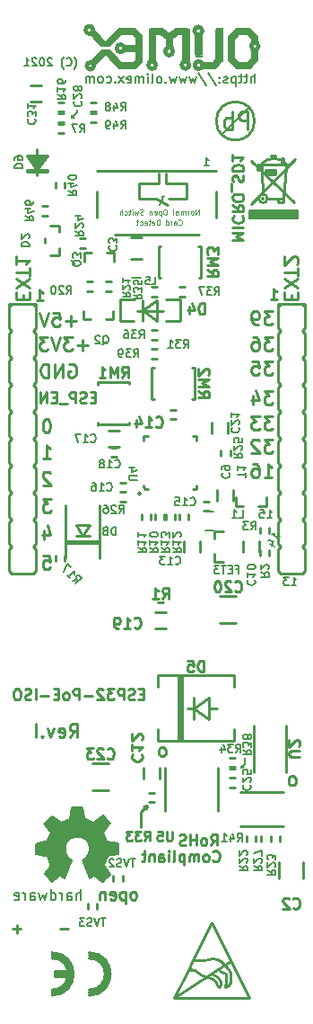
<source format=gbr>
G04 #@! TF.GenerationSoftware,KiCad,Pcbnew,5.1.0-rc2-unknown-036be7d~80~ubuntu16.04.1*
G04 #@! TF.CreationDate,2021-12-23T14:11:39+02:00*
G04 #@! TF.ProjectId,ESP32-PoE-ISO_Rev_I,45535033-322d-4506-9f45-2d49534f5f52,I*
G04 #@! TF.SameCoordinates,Original*
G04 #@! TF.FileFunction,Legend,Bot*
G04 #@! TF.FilePolarity,Positive*
%FSLAX46Y46*%
G04 Gerber Fmt 4.6, Leading zero omitted, Abs format (unit mm)*
G04 Created by KiCad (PCBNEW 5.1.0-rc2-unknown-036be7d~80~ubuntu16.04.1) date 2021-12-23 14:11:39*
%MOMM*%
%LPD*%
G04 APERTURE LIST*
%ADD10C,0.203200*%
%ADD11C,0.254000*%
%ADD12C,0.190500*%
%ADD13C,0.300000*%
%ADD14C,0.600000*%
%ADD15C,0.420000*%
%ADD16C,0.370000*%
%ADD17C,0.400000*%
%ADD18C,0.380000*%
%ADD19C,0.150000*%
%ADD20C,1.000000*%
%ADD21C,0.700000*%
%ADD22C,0.500000*%
%ADD23C,0.100000*%
%ADD24C,0.127000*%
%ADD25C,0.200000*%
%ADD26C,0.180000*%
%ADD27C,0.177800*%
%ADD28C,0.125000*%
%ADD29C,0.222250*%
G04 APERTURE END LIST*
D10*
X112141000Y-165608000D02*
X112395000Y-165544500D01*
X112204500Y-165354000D02*
X112141000Y-165608000D01*
X112458500Y-165290500D02*
X112141000Y-165608000D01*
X112458500Y-164655500D02*
X112458500Y-165290500D01*
D11*
X103251000Y-169164000D02*
X103124000Y-169545000D01*
X103251000Y-169164000D02*
X102870000Y-169291000D01*
X102616000Y-169799000D02*
X103251000Y-169164000D01*
X102616000Y-171196000D02*
X102616000Y-169799000D01*
D10*
X96139000Y-104394000D02*
X96393000Y-104394000D01*
X96139000Y-104394000D02*
X96139000Y-104140000D01*
X96647000Y-103886000D02*
X96647000Y-103632000D01*
X96139000Y-104394000D02*
X96647000Y-103886000D01*
D11*
X95764047Y-180793571D02*
X94989952Y-180793571D01*
X91319047Y-180793571D02*
X90544952Y-180793571D01*
X90932000Y-181180619D02*
X90932000Y-180406523D01*
X93423619Y-145608523D02*
X94028380Y-145608523D01*
X94088857Y-146213285D01*
X94028380Y-146152809D01*
X93907428Y-146092333D01*
X93605047Y-146092333D01*
X93484095Y-146152809D01*
X93423619Y-146213285D01*
X93363142Y-146334238D01*
X93363142Y-146636619D01*
X93423619Y-146757571D01*
X93484095Y-146818047D01*
X93605047Y-146878523D01*
X93907428Y-146878523D01*
X94028380Y-146818047D01*
X94088857Y-146757571D01*
X93484095Y-143237857D02*
X93484095Y-144084523D01*
X93786476Y-142754047D02*
X94088857Y-143661190D01*
X93302666Y-143661190D01*
X94149333Y-140274523D02*
X93363142Y-140274523D01*
X93786476Y-140758333D01*
X93605047Y-140758333D01*
X93484095Y-140818809D01*
X93423619Y-140879285D01*
X93363142Y-141000238D01*
X93363142Y-141302619D01*
X93423619Y-141423571D01*
X93484095Y-141484047D01*
X93605047Y-141544523D01*
X93967904Y-141544523D01*
X94088857Y-141484047D01*
X94149333Y-141423571D01*
X94088857Y-137855476D02*
X94028380Y-137795000D01*
X93907428Y-137734523D01*
X93605047Y-137734523D01*
X93484095Y-137795000D01*
X93423619Y-137855476D01*
X93363142Y-137976428D01*
X93363142Y-138097380D01*
X93423619Y-138278809D01*
X94149333Y-139004523D01*
X93363142Y-139004523D01*
X93363142Y-136464523D02*
X94088857Y-136464523D01*
X93726000Y-136464523D02*
X93726000Y-135194523D01*
X93846952Y-135375952D01*
X93967904Y-135496904D01*
X94088857Y-135557380D01*
X93786476Y-132781523D02*
X93665523Y-132781523D01*
X93544571Y-132842000D01*
X93484095Y-132902476D01*
X93423619Y-133023428D01*
X93363142Y-133265333D01*
X93363142Y-133567714D01*
X93423619Y-133809619D01*
X93484095Y-133930571D01*
X93544571Y-133991047D01*
X93665523Y-134051523D01*
X93786476Y-134051523D01*
X93907428Y-133991047D01*
X93967904Y-133930571D01*
X94028380Y-133809619D01*
X94088857Y-133567714D01*
X94088857Y-133265333D01*
X94028380Y-133023428D01*
X93967904Y-132902476D01*
X93907428Y-132842000D01*
X93786476Y-132781523D01*
X98346380Y-130737428D02*
X98007714Y-130737428D01*
X97862571Y-131269619D02*
X98346380Y-131269619D01*
X98346380Y-130253619D01*
X97862571Y-130253619D01*
X97475523Y-131221238D02*
X97330380Y-131269619D01*
X97088476Y-131269619D01*
X96991714Y-131221238D01*
X96943333Y-131172857D01*
X96894952Y-131076095D01*
X96894952Y-130979333D01*
X96943333Y-130882571D01*
X96991714Y-130834190D01*
X97088476Y-130785809D01*
X97282000Y-130737428D01*
X97378761Y-130689047D01*
X97427142Y-130640666D01*
X97475523Y-130543904D01*
X97475523Y-130447142D01*
X97427142Y-130350380D01*
X97378761Y-130302000D01*
X97282000Y-130253619D01*
X97040095Y-130253619D01*
X96894952Y-130302000D01*
X96459523Y-131269619D02*
X96459523Y-130253619D01*
X96072476Y-130253619D01*
X95975714Y-130302000D01*
X95927333Y-130350380D01*
X95878952Y-130447142D01*
X95878952Y-130592285D01*
X95927333Y-130689047D01*
X95975714Y-130737428D01*
X96072476Y-130785809D01*
X96459523Y-130785809D01*
X95685428Y-131366380D02*
X94911333Y-131366380D01*
X94669428Y-130737428D02*
X94330761Y-130737428D01*
X94185619Y-131269619D02*
X94669428Y-131269619D01*
X94669428Y-130253619D01*
X94185619Y-130253619D01*
X93750190Y-131269619D02*
X93750190Y-130253619D01*
X93169619Y-131269619D01*
X93169619Y-130253619D01*
X95836619Y-127635000D02*
X95957571Y-127574523D01*
X96139000Y-127574523D01*
X96320428Y-127635000D01*
X96441380Y-127755952D01*
X96501857Y-127876904D01*
X96562333Y-128118809D01*
X96562333Y-128300238D01*
X96501857Y-128542142D01*
X96441380Y-128663095D01*
X96320428Y-128784047D01*
X96139000Y-128844523D01*
X96018047Y-128844523D01*
X95836619Y-128784047D01*
X95776142Y-128723571D01*
X95776142Y-128300238D01*
X96018047Y-128300238D01*
X95231857Y-128844523D02*
X95231857Y-127574523D01*
X94506142Y-128844523D01*
X94506142Y-127574523D01*
X93901380Y-128844523D02*
X93901380Y-127574523D01*
X93599000Y-127574523D01*
X93417571Y-127635000D01*
X93296619Y-127755952D01*
X93236142Y-127876904D01*
X93175666Y-128118809D01*
X93175666Y-128300238D01*
X93236142Y-128542142D01*
X93296619Y-128663095D01*
X93417571Y-128784047D01*
X93599000Y-128844523D01*
X93901380Y-128844523D01*
X97614619Y-125820714D02*
X96647000Y-125820714D01*
X97130809Y-126304523D02*
X97130809Y-125336904D01*
X96163190Y-125034523D02*
X95377000Y-125034523D01*
X95800333Y-125518333D01*
X95618904Y-125518333D01*
X95497952Y-125578809D01*
X95437476Y-125639285D01*
X95377000Y-125760238D01*
X95377000Y-126062619D01*
X95437476Y-126183571D01*
X95497952Y-126244047D01*
X95618904Y-126304523D01*
X95981761Y-126304523D01*
X96102714Y-126244047D01*
X96163190Y-126183571D01*
X95014142Y-125034523D02*
X94590809Y-126304523D01*
X94167476Y-125034523D01*
X93865095Y-125034523D02*
X93078904Y-125034523D01*
X93502238Y-125518333D01*
X93320809Y-125518333D01*
X93199857Y-125578809D01*
X93139380Y-125639285D01*
X93078904Y-125760238D01*
X93078904Y-126062619D01*
X93139380Y-126183571D01*
X93199857Y-126244047D01*
X93320809Y-126304523D01*
X93683666Y-126304523D01*
X93804619Y-126244047D01*
X93865095Y-126183571D01*
X96501857Y-123534714D02*
X95534238Y-123534714D01*
X96018047Y-124018523D02*
X96018047Y-123050904D01*
X94324714Y-122748523D02*
X94929476Y-122748523D01*
X94989952Y-123353285D01*
X94929476Y-123292809D01*
X94808523Y-123232333D01*
X94506142Y-123232333D01*
X94385190Y-123292809D01*
X94324714Y-123353285D01*
X94264238Y-123474238D01*
X94264238Y-123776619D01*
X94324714Y-123897571D01*
X94385190Y-123958047D01*
X94506142Y-124018523D01*
X94808523Y-124018523D01*
X94929476Y-123958047D01*
X94989952Y-123897571D01*
X93901380Y-122748523D02*
X93478047Y-124018523D01*
X93054714Y-122748523D01*
D12*
X116858142Y-148426714D02*
X117293571Y-148426714D01*
X117075857Y-148426714D02*
X117075857Y-147664714D01*
X117148428Y-147773571D01*
X117221000Y-147846142D01*
X117293571Y-147882428D01*
X116604142Y-147664714D02*
X116132428Y-147664714D01*
X116386428Y-147955000D01*
X116277571Y-147955000D01*
X116205000Y-147991285D01*
X116168714Y-148027571D01*
X116132428Y-148100142D01*
X116132428Y-148281571D01*
X116168714Y-148354142D01*
X116205000Y-148390428D01*
X116277571Y-148426714D01*
X116495285Y-148426714D01*
X116567857Y-148390428D01*
X116604142Y-148354142D01*
X115560102Y-144191659D02*
X115777817Y-143814567D01*
X115668959Y-144003113D02*
X115009048Y-143622113D01*
X115139607Y-143613693D01*
X115238741Y-143587130D01*
X115306451Y-143542424D01*
X114793590Y-144503298D02*
X115233531Y-144757298D01*
X114632909Y-144201033D02*
X115194989Y-144316054D01*
X114959132Y-144724571D01*
X114572142Y-142076714D02*
X115007571Y-142076714D01*
X114789857Y-142076714D02*
X114789857Y-141314714D01*
X114862428Y-141423571D01*
X114935000Y-141496142D01*
X115007571Y-141532428D01*
X113882714Y-141314714D02*
X114245571Y-141314714D01*
X114281857Y-141677571D01*
X114245571Y-141641285D01*
X114173000Y-141605000D01*
X113991571Y-141605000D01*
X113919000Y-141641285D01*
X113882714Y-141677571D01*
X113846428Y-141750142D01*
X113846428Y-141931571D01*
X113882714Y-142004142D01*
X113919000Y-142040428D01*
X113991571Y-142076714D01*
X114173000Y-142076714D01*
X114245571Y-142040428D01*
X114281857Y-142004142D01*
D11*
X114287904Y-138242523D02*
X115013619Y-138242523D01*
X114650761Y-138242523D02*
X114650761Y-136972523D01*
X114771714Y-137153952D01*
X114892666Y-137274904D01*
X115013619Y-137335380D01*
X113199333Y-136972523D02*
X113441238Y-136972523D01*
X113562190Y-137033000D01*
X113622666Y-137093476D01*
X113743619Y-137274904D01*
X113804095Y-137516809D01*
X113804095Y-138000619D01*
X113743619Y-138121571D01*
X113683142Y-138182047D01*
X113562190Y-138242523D01*
X113320285Y-138242523D01*
X113199333Y-138182047D01*
X113138857Y-138121571D01*
X113078380Y-138000619D01*
X113078380Y-137698238D01*
X113138857Y-137577285D01*
X113199333Y-137516809D01*
X113320285Y-137456333D01*
X113562190Y-137456333D01*
X113683142Y-137516809D01*
X113743619Y-137577285D01*
X113804095Y-137698238D01*
X115074095Y-134686523D02*
X114287904Y-134686523D01*
X114711238Y-135170333D01*
X114529809Y-135170333D01*
X114408857Y-135230809D01*
X114348380Y-135291285D01*
X114287904Y-135412238D01*
X114287904Y-135714619D01*
X114348380Y-135835571D01*
X114408857Y-135896047D01*
X114529809Y-135956523D01*
X114892666Y-135956523D01*
X115013619Y-135896047D01*
X115074095Y-135835571D01*
X113804095Y-134807476D02*
X113743619Y-134747000D01*
X113622666Y-134686523D01*
X113320285Y-134686523D01*
X113199333Y-134747000D01*
X113138857Y-134807476D01*
X113078380Y-134928428D01*
X113078380Y-135049380D01*
X113138857Y-135230809D01*
X113864571Y-135956523D01*
X113078380Y-135956523D01*
X115074095Y-132527523D02*
X114287904Y-132527523D01*
X114711238Y-133011333D01*
X114529809Y-133011333D01*
X114408857Y-133071809D01*
X114348380Y-133132285D01*
X114287904Y-133253238D01*
X114287904Y-133555619D01*
X114348380Y-133676571D01*
X114408857Y-133737047D01*
X114529809Y-133797523D01*
X114892666Y-133797523D01*
X115013619Y-133737047D01*
X115074095Y-133676571D01*
X113864571Y-132527523D02*
X113078380Y-132527523D01*
X113501714Y-133011333D01*
X113320285Y-133011333D01*
X113199333Y-133071809D01*
X113138857Y-133132285D01*
X113078380Y-133253238D01*
X113078380Y-133555619D01*
X113138857Y-133676571D01*
X113199333Y-133737047D01*
X113320285Y-133797523D01*
X113683142Y-133797523D01*
X113804095Y-133737047D01*
X113864571Y-133676571D01*
X115074095Y-130114523D02*
X114287904Y-130114523D01*
X114711238Y-130598333D01*
X114529809Y-130598333D01*
X114408857Y-130658809D01*
X114348380Y-130719285D01*
X114287904Y-130840238D01*
X114287904Y-131142619D01*
X114348380Y-131263571D01*
X114408857Y-131324047D01*
X114529809Y-131384523D01*
X114892666Y-131384523D01*
X115013619Y-131324047D01*
X115074095Y-131263571D01*
X113199333Y-130537857D02*
X113199333Y-131384523D01*
X113501714Y-130054047D02*
X113804095Y-130961190D01*
X113017904Y-130961190D01*
X115074095Y-127320523D02*
X114287904Y-127320523D01*
X114711238Y-127804333D01*
X114529809Y-127804333D01*
X114408857Y-127864809D01*
X114348380Y-127925285D01*
X114287904Y-128046238D01*
X114287904Y-128348619D01*
X114348380Y-128469571D01*
X114408857Y-128530047D01*
X114529809Y-128590523D01*
X114892666Y-128590523D01*
X115013619Y-128530047D01*
X115074095Y-128469571D01*
X113138857Y-127320523D02*
X113743619Y-127320523D01*
X113804095Y-127925285D01*
X113743619Y-127864809D01*
X113622666Y-127804333D01*
X113320285Y-127804333D01*
X113199333Y-127864809D01*
X113138857Y-127925285D01*
X113078380Y-128046238D01*
X113078380Y-128348619D01*
X113138857Y-128469571D01*
X113199333Y-128530047D01*
X113320285Y-128590523D01*
X113622666Y-128590523D01*
X113743619Y-128530047D01*
X113804095Y-128469571D01*
X115074095Y-125034523D02*
X114287904Y-125034523D01*
X114711238Y-125518333D01*
X114529809Y-125518333D01*
X114408857Y-125578809D01*
X114348380Y-125639285D01*
X114287904Y-125760238D01*
X114287904Y-126062619D01*
X114348380Y-126183571D01*
X114408857Y-126244047D01*
X114529809Y-126304523D01*
X114892666Y-126304523D01*
X115013619Y-126244047D01*
X115074095Y-126183571D01*
X113199333Y-125034523D02*
X113441238Y-125034523D01*
X113562190Y-125095000D01*
X113622666Y-125155476D01*
X113743619Y-125336904D01*
X113804095Y-125578809D01*
X113804095Y-126062619D01*
X113743619Y-126183571D01*
X113683142Y-126244047D01*
X113562190Y-126304523D01*
X113320285Y-126304523D01*
X113199333Y-126244047D01*
X113138857Y-126183571D01*
X113078380Y-126062619D01*
X113078380Y-125760238D01*
X113138857Y-125639285D01*
X113199333Y-125578809D01*
X113320285Y-125518333D01*
X113562190Y-125518333D01*
X113683142Y-125578809D01*
X113743619Y-125639285D01*
X113804095Y-125760238D01*
X115074095Y-122621523D02*
X114287904Y-122621523D01*
X114711238Y-123105333D01*
X114529809Y-123105333D01*
X114408857Y-123165809D01*
X114348380Y-123226285D01*
X114287904Y-123347238D01*
X114287904Y-123649619D01*
X114348380Y-123770571D01*
X114408857Y-123831047D01*
X114529809Y-123891523D01*
X114892666Y-123891523D01*
X115013619Y-123831047D01*
X115074095Y-123770571D01*
X113683142Y-123891523D02*
X113441238Y-123891523D01*
X113320285Y-123831047D01*
X113259809Y-123770571D01*
X113138857Y-123589142D01*
X113078380Y-123347238D01*
X113078380Y-122863428D01*
X113138857Y-122742476D01*
X113199333Y-122682000D01*
X113320285Y-122621523D01*
X113562190Y-122621523D01*
X113683142Y-122682000D01*
X113743619Y-122742476D01*
X113804095Y-122863428D01*
X113804095Y-123165809D01*
X113743619Y-123286761D01*
X113683142Y-123347238D01*
X113562190Y-123407714D01*
X113320285Y-123407714D01*
X113199333Y-123347238D01*
X113138857Y-123286761D01*
X113078380Y-123165809D01*
D12*
X108621285Y-108929714D02*
X109056714Y-108929714D01*
X108839000Y-108929714D02*
X108839000Y-108167714D01*
X108911571Y-108276571D01*
X108984142Y-108349142D01*
X109056714Y-108385428D01*
D11*
X109425619Y-174352857D02*
X109474000Y-174401238D01*
X109619142Y-174449619D01*
X109715904Y-174449619D01*
X109861047Y-174401238D01*
X109957809Y-174304476D01*
X110006190Y-174207714D01*
X110054571Y-174014190D01*
X110054571Y-173869047D01*
X110006190Y-173675523D01*
X109957809Y-173578761D01*
X109861047Y-173482000D01*
X109715904Y-173433619D01*
X109619142Y-173433619D01*
X109474000Y-173482000D01*
X109425619Y-173530380D01*
X108845047Y-174449619D02*
X108941809Y-174401238D01*
X108990190Y-174352857D01*
X109038571Y-174256095D01*
X109038571Y-173965809D01*
X108990190Y-173869047D01*
X108941809Y-173820666D01*
X108845047Y-173772285D01*
X108699904Y-173772285D01*
X108603142Y-173820666D01*
X108554761Y-173869047D01*
X108506380Y-173965809D01*
X108506380Y-174256095D01*
X108554761Y-174352857D01*
X108603142Y-174401238D01*
X108699904Y-174449619D01*
X108845047Y-174449619D01*
X108070952Y-174449619D02*
X108070952Y-173772285D01*
X108070952Y-173869047D02*
X108022571Y-173820666D01*
X107925809Y-173772285D01*
X107780666Y-173772285D01*
X107683904Y-173820666D01*
X107635523Y-173917428D01*
X107635523Y-174449619D01*
X107635523Y-173917428D02*
X107587142Y-173820666D01*
X107490380Y-173772285D01*
X107345238Y-173772285D01*
X107248476Y-173820666D01*
X107200095Y-173917428D01*
X107200095Y-174449619D01*
X106716285Y-173772285D02*
X106716285Y-174788285D01*
X106716285Y-173820666D02*
X106619523Y-173772285D01*
X106426000Y-173772285D01*
X106329238Y-173820666D01*
X106280857Y-173869047D01*
X106232476Y-173965809D01*
X106232476Y-174256095D01*
X106280857Y-174352857D01*
X106329238Y-174401238D01*
X106426000Y-174449619D01*
X106619523Y-174449619D01*
X106716285Y-174401238D01*
X105651904Y-174449619D02*
X105748666Y-174401238D01*
X105797047Y-174304476D01*
X105797047Y-173433619D01*
X105264857Y-174449619D02*
X105264857Y-173772285D01*
X105264857Y-173433619D02*
X105313238Y-173482000D01*
X105264857Y-173530380D01*
X105216476Y-173482000D01*
X105264857Y-173433619D01*
X105264857Y-173530380D01*
X104345619Y-174449619D02*
X104345619Y-173917428D01*
X104394000Y-173820666D01*
X104490761Y-173772285D01*
X104684285Y-173772285D01*
X104781047Y-173820666D01*
X104345619Y-174401238D02*
X104442380Y-174449619D01*
X104684285Y-174449619D01*
X104781047Y-174401238D01*
X104829428Y-174304476D01*
X104829428Y-174207714D01*
X104781047Y-174110952D01*
X104684285Y-174062571D01*
X104442380Y-174062571D01*
X104345619Y-174014190D01*
X103861809Y-173772285D02*
X103861809Y-174449619D01*
X103861809Y-173869047D02*
X103813428Y-173820666D01*
X103716666Y-173772285D01*
X103571523Y-173772285D01*
X103474761Y-173820666D01*
X103426380Y-173917428D01*
X103426380Y-174449619D01*
X103087714Y-173772285D02*
X102700666Y-173772285D01*
X102942571Y-173433619D02*
X102942571Y-174304476D01*
X102894190Y-174401238D01*
X102797428Y-174449619D01*
X102700666Y-174449619D01*
X109238142Y-172925619D02*
X109576809Y-172441809D01*
X109818714Y-172925619D02*
X109818714Y-171909619D01*
X109431666Y-171909619D01*
X109334904Y-171958000D01*
X109286523Y-172006380D01*
X109238142Y-172103142D01*
X109238142Y-172248285D01*
X109286523Y-172345047D01*
X109334904Y-172393428D01*
X109431666Y-172441809D01*
X109818714Y-172441809D01*
X108657571Y-172925619D02*
X108754333Y-172877238D01*
X108802714Y-172828857D01*
X108851095Y-172732095D01*
X108851095Y-172441809D01*
X108802714Y-172345047D01*
X108754333Y-172296666D01*
X108657571Y-172248285D01*
X108512428Y-172248285D01*
X108415666Y-172296666D01*
X108367285Y-172345047D01*
X108318904Y-172441809D01*
X108318904Y-172732095D01*
X108367285Y-172828857D01*
X108415666Y-172877238D01*
X108512428Y-172925619D01*
X108657571Y-172925619D01*
X107883476Y-172925619D02*
X107883476Y-171909619D01*
X107883476Y-172393428D02*
X107302904Y-172393428D01*
X107302904Y-172925619D02*
X107302904Y-171909619D01*
X106867476Y-172877238D02*
X106722333Y-172925619D01*
X106480428Y-172925619D01*
X106383666Y-172877238D01*
X106335285Y-172828857D01*
X106286904Y-172732095D01*
X106286904Y-172635333D01*
X106335285Y-172538571D01*
X106383666Y-172490190D01*
X106480428Y-172441809D01*
X106673952Y-172393428D01*
X106770714Y-172345047D01*
X106819095Y-172296666D01*
X106867476Y-172199904D01*
X106867476Y-172103142D01*
X106819095Y-172006380D01*
X106770714Y-171958000D01*
X106673952Y-171909619D01*
X106432047Y-171909619D01*
X106286904Y-171958000D01*
X114898714Y-121490619D02*
X115479285Y-121490619D01*
X115189000Y-121490619D02*
X115189000Y-120474619D01*
X115285761Y-120619761D01*
X115382523Y-120716523D01*
X115479285Y-120764904D01*
X92800714Y-121617619D02*
X93381285Y-121617619D01*
X93091000Y-121617619D02*
X93091000Y-120601619D01*
X93187761Y-120746761D01*
X93284523Y-120843523D01*
X93381285Y-120891904D01*
X102894190Y-158677428D02*
X102555523Y-158677428D01*
X102410380Y-159209619D02*
X102894190Y-159209619D01*
X102894190Y-158193619D01*
X102410380Y-158193619D01*
X102023333Y-159161238D02*
X101878190Y-159209619D01*
X101636285Y-159209619D01*
X101539523Y-159161238D01*
X101491142Y-159112857D01*
X101442761Y-159016095D01*
X101442761Y-158919333D01*
X101491142Y-158822571D01*
X101539523Y-158774190D01*
X101636285Y-158725809D01*
X101829809Y-158677428D01*
X101926571Y-158629047D01*
X101974952Y-158580666D01*
X102023333Y-158483904D01*
X102023333Y-158387142D01*
X101974952Y-158290380D01*
X101926571Y-158242000D01*
X101829809Y-158193619D01*
X101587904Y-158193619D01*
X101442761Y-158242000D01*
X101007333Y-159209619D02*
X101007333Y-158193619D01*
X100620285Y-158193619D01*
X100523523Y-158242000D01*
X100475142Y-158290380D01*
X100426761Y-158387142D01*
X100426761Y-158532285D01*
X100475142Y-158629047D01*
X100523523Y-158677428D01*
X100620285Y-158725809D01*
X101007333Y-158725809D01*
X100088095Y-158193619D02*
X99459142Y-158193619D01*
X99797809Y-158580666D01*
X99652666Y-158580666D01*
X99555904Y-158629047D01*
X99507523Y-158677428D01*
X99459142Y-158774190D01*
X99459142Y-159016095D01*
X99507523Y-159112857D01*
X99555904Y-159161238D01*
X99652666Y-159209619D01*
X99942952Y-159209619D01*
X100039714Y-159161238D01*
X100088095Y-159112857D01*
X99072095Y-158290380D02*
X99023714Y-158242000D01*
X98926952Y-158193619D01*
X98685047Y-158193619D01*
X98588285Y-158242000D01*
X98539904Y-158290380D01*
X98491523Y-158387142D01*
X98491523Y-158483904D01*
X98539904Y-158629047D01*
X99120476Y-159209619D01*
X98491523Y-159209619D01*
X98056095Y-158822571D02*
X97282000Y-158822571D01*
X96798190Y-159209619D02*
X96798190Y-158193619D01*
X96411142Y-158193619D01*
X96314380Y-158242000D01*
X96266000Y-158290380D01*
X96217619Y-158387142D01*
X96217619Y-158532285D01*
X96266000Y-158629047D01*
X96314380Y-158677428D01*
X96411142Y-158725809D01*
X96798190Y-158725809D01*
X95637047Y-159209619D02*
X95733809Y-159161238D01*
X95782190Y-159112857D01*
X95830571Y-159016095D01*
X95830571Y-158725809D01*
X95782190Y-158629047D01*
X95733809Y-158580666D01*
X95637047Y-158532285D01*
X95491904Y-158532285D01*
X95395142Y-158580666D01*
X95346761Y-158629047D01*
X95298380Y-158725809D01*
X95298380Y-159016095D01*
X95346761Y-159112857D01*
X95395142Y-159161238D01*
X95491904Y-159209619D01*
X95637047Y-159209619D01*
X94862952Y-158677428D02*
X94524285Y-158677428D01*
X94379142Y-159209619D02*
X94862952Y-159209619D01*
X94862952Y-158193619D01*
X94379142Y-158193619D01*
X93943714Y-158822571D02*
X93169619Y-158822571D01*
X92685809Y-159209619D02*
X92685809Y-158193619D01*
X92250380Y-159161238D02*
X92105238Y-159209619D01*
X91863333Y-159209619D01*
X91766571Y-159161238D01*
X91718190Y-159112857D01*
X91669809Y-159016095D01*
X91669809Y-158919333D01*
X91718190Y-158822571D01*
X91766571Y-158774190D01*
X91863333Y-158725809D01*
X92056857Y-158677428D01*
X92153619Y-158629047D01*
X92202000Y-158580666D01*
X92250380Y-158483904D01*
X92250380Y-158387142D01*
X92202000Y-158290380D01*
X92153619Y-158242000D01*
X92056857Y-158193619D01*
X91814952Y-158193619D01*
X91669809Y-158242000D01*
X91040857Y-158193619D02*
X90847333Y-158193619D01*
X90750571Y-158242000D01*
X90653809Y-158338761D01*
X90605428Y-158532285D01*
X90605428Y-158870952D01*
X90653809Y-159064476D01*
X90750571Y-159161238D01*
X90847333Y-159209619D01*
X91040857Y-159209619D01*
X91137619Y-159161238D01*
X91234380Y-159064476D01*
X91282761Y-158870952D01*
X91282761Y-158532285D01*
X91234380Y-158338761D01*
X91137619Y-158242000D01*
X91040857Y-158193619D01*
X95918261Y-162753523D02*
X96341595Y-162148761D01*
X96643976Y-162753523D02*
X96643976Y-161483523D01*
X96160166Y-161483523D01*
X96039214Y-161544000D01*
X95978738Y-161604476D01*
X95918261Y-161725428D01*
X95918261Y-161906857D01*
X95978738Y-162027809D01*
X96039214Y-162088285D01*
X96160166Y-162148761D01*
X96643976Y-162148761D01*
X94890166Y-162693047D02*
X95011119Y-162753523D01*
X95253023Y-162753523D01*
X95373976Y-162693047D01*
X95434452Y-162572095D01*
X95434452Y-162088285D01*
X95373976Y-161967333D01*
X95253023Y-161906857D01*
X95011119Y-161906857D01*
X94890166Y-161967333D01*
X94829690Y-162088285D01*
X94829690Y-162209238D01*
X95434452Y-162330190D01*
X94406357Y-161906857D02*
X94103976Y-162753523D01*
X93801595Y-161906857D01*
X93317785Y-162632571D02*
X93257309Y-162693047D01*
X93317785Y-162753523D01*
X93378261Y-162693047D01*
X93317785Y-162632571D01*
X93317785Y-162753523D01*
X92713023Y-162753523D02*
X92713023Y-161483523D01*
D12*
X96338571Y-99822000D02*
X96374857Y-99785714D01*
X96447428Y-99676857D01*
X96483714Y-99604285D01*
X96520000Y-99495428D01*
X96556285Y-99314000D01*
X96556285Y-99168857D01*
X96520000Y-98987428D01*
X96483714Y-98878571D01*
X96447428Y-98806000D01*
X96374857Y-98697142D01*
X96338571Y-98660857D01*
X95612857Y-99459142D02*
X95649142Y-99495428D01*
X95758000Y-99531714D01*
X95830571Y-99531714D01*
X95939428Y-99495428D01*
X96012000Y-99422857D01*
X96048285Y-99350285D01*
X96084571Y-99205142D01*
X96084571Y-99096285D01*
X96048285Y-98951142D01*
X96012000Y-98878571D01*
X95939428Y-98806000D01*
X95830571Y-98769714D01*
X95758000Y-98769714D01*
X95649142Y-98806000D01*
X95612857Y-98842285D01*
X95358857Y-99822000D02*
X95322571Y-99785714D01*
X95250000Y-99676857D01*
X95213714Y-99604285D01*
X95177428Y-99495428D01*
X95141142Y-99314000D01*
X95141142Y-99168857D01*
X95177428Y-98987428D01*
X95213714Y-98878571D01*
X95250000Y-98806000D01*
X95322571Y-98697142D01*
X95358857Y-98660857D01*
X94234000Y-98842285D02*
X94197714Y-98806000D01*
X94125142Y-98769714D01*
X93943714Y-98769714D01*
X93871142Y-98806000D01*
X93834857Y-98842285D01*
X93798571Y-98914857D01*
X93798571Y-98987428D01*
X93834857Y-99096285D01*
X94270285Y-99531714D01*
X93798571Y-99531714D01*
X93326857Y-98769714D02*
X93254285Y-98769714D01*
X93181714Y-98806000D01*
X93145428Y-98842285D01*
X93109142Y-98914857D01*
X93072857Y-99060000D01*
X93072857Y-99241428D01*
X93109142Y-99386571D01*
X93145428Y-99459142D01*
X93181714Y-99495428D01*
X93254285Y-99531714D01*
X93326857Y-99531714D01*
X93399428Y-99495428D01*
X93435714Y-99459142D01*
X93472000Y-99386571D01*
X93508285Y-99241428D01*
X93508285Y-99060000D01*
X93472000Y-98914857D01*
X93435714Y-98842285D01*
X93399428Y-98806000D01*
X93326857Y-98769714D01*
X92782571Y-98842285D02*
X92746285Y-98806000D01*
X92673714Y-98769714D01*
X92492285Y-98769714D01*
X92419714Y-98806000D01*
X92383428Y-98842285D01*
X92347142Y-98914857D01*
X92347142Y-98987428D01*
X92383428Y-99096285D01*
X92818857Y-99531714D01*
X92347142Y-99531714D01*
X91621428Y-99531714D02*
X92056857Y-99531714D01*
X91839142Y-99531714D02*
X91839142Y-98769714D01*
X91911714Y-98878571D01*
X91984285Y-98951142D01*
X92056857Y-98987428D01*
X113389833Y-101113166D02*
X113389833Y-100224166D01*
X113008833Y-101113166D02*
X113008833Y-100647500D01*
X113051166Y-100562833D01*
X113135833Y-100520500D01*
X113262833Y-100520500D01*
X113347500Y-100562833D01*
X113389833Y-100605166D01*
X112712500Y-100520500D02*
X112373833Y-100520500D01*
X112585500Y-100224166D02*
X112585500Y-100986166D01*
X112543166Y-101070833D01*
X112458500Y-101113166D01*
X112373833Y-101113166D01*
X112204500Y-100520500D02*
X111865833Y-100520500D01*
X112077500Y-100224166D02*
X112077500Y-100986166D01*
X112035166Y-101070833D01*
X111950500Y-101113166D01*
X111865833Y-101113166D01*
X111569500Y-100520500D02*
X111569500Y-101409500D01*
X111569500Y-100562833D02*
X111484833Y-100520500D01*
X111315500Y-100520500D01*
X111230833Y-100562833D01*
X111188500Y-100605166D01*
X111146166Y-100689833D01*
X111146166Y-100943833D01*
X111188500Y-101028500D01*
X111230833Y-101070833D01*
X111315500Y-101113166D01*
X111484833Y-101113166D01*
X111569500Y-101070833D01*
X110807500Y-101070833D02*
X110722833Y-101113166D01*
X110553500Y-101113166D01*
X110468833Y-101070833D01*
X110426500Y-100986166D01*
X110426500Y-100943833D01*
X110468833Y-100859166D01*
X110553500Y-100816833D01*
X110680500Y-100816833D01*
X110765166Y-100774500D01*
X110807500Y-100689833D01*
X110807500Y-100647500D01*
X110765166Y-100562833D01*
X110680500Y-100520500D01*
X110553500Y-100520500D01*
X110468833Y-100562833D01*
X110045500Y-101028500D02*
X110003166Y-101070833D01*
X110045500Y-101113166D01*
X110087833Y-101070833D01*
X110045500Y-101028500D01*
X110045500Y-101113166D01*
X110045500Y-100562833D02*
X110003166Y-100605166D01*
X110045500Y-100647500D01*
X110087833Y-100605166D01*
X110045500Y-100562833D01*
X110045500Y-100647500D01*
X108987166Y-100181833D02*
X109749166Y-101324833D01*
X108055833Y-100181833D02*
X108817833Y-101324833D01*
X107844166Y-100520500D02*
X107674833Y-101113166D01*
X107505500Y-100689833D01*
X107336166Y-101113166D01*
X107166833Y-100520500D01*
X106912833Y-100520500D02*
X106743500Y-101113166D01*
X106574166Y-100689833D01*
X106404833Y-101113166D01*
X106235500Y-100520500D01*
X105981500Y-100520500D02*
X105812166Y-101113166D01*
X105642833Y-100689833D01*
X105473500Y-101113166D01*
X105304166Y-100520500D01*
X104965500Y-101028500D02*
X104923166Y-101070833D01*
X104965500Y-101113166D01*
X105007833Y-101070833D01*
X104965500Y-101028500D01*
X104965500Y-101113166D01*
X104415166Y-101113166D02*
X104499833Y-101070833D01*
X104542166Y-101028500D01*
X104584500Y-100943833D01*
X104584500Y-100689833D01*
X104542166Y-100605166D01*
X104499833Y-100562833D01*
X104415166Y-100520500D01*
X104288166Y-100520500D01*
X104203500Y-100562833D01*
X104161166Y-100605166D01*
X104118833Y-100689833D01*
X104118833Y-100943833D01*
X104161166Y-101028500D01*
X104203500Y-101070833D01*
X104288166Y-101113166D01*
X104415166Y-101113166D01*
X103610833Y-101113166D02*
X103695500Y-101070833D01*
X103737833Y-100986166D01*
X103737833Y-100224166D01*
X103272166Y-101113166D02*
X103272166Y-100520500D01*
X103272166Y-100224166D02*
X103314500Y-100266500D01*
X103272166Y-100308833D01*
X103229833Y-100266500D01*
X103272166Y-100224166D01*
X103272166Y-100308833D01*
X102848833Y-101113166D02*
X102848833Y-100520500D01*
X102848833Y-100605166D02*
X102806500Y-100562833D01*
X102721833Y-100520500D01*
X102594833Y-100520500D01*
X102510166Y-100562833D01*
X102467833Y-100647500D01*
X102467833Y-101113166D01*
X102467833Y-100647500D02*
X102425500Y-100562833D01*
X102340833Y-100520500D01*
X102213833Y-100520500D01*
X102129166Y-100562833D01*
X102086833Y-100647500D01*
X102086833Y-101113166D01*
X101324833Y-101070833D02*
X101409500Y-101113166D01*
X101578833Y-101113166D01*
X101663500Y-101070833D01*
X101705833Y-100986166D01*
X101705833Y-100647500D01*
X101663500Y-100562833D01*
X101578833Y-100520500D01*
X101409500Y-100520500D01*
X101324833Y-100562833D01*
X101282500Y-100647500D01*
X101282500Y-100732166D01*
X101705833Y-100816833D01*
X100986166Y-101113166D02*
X100520500Y-100520500D01*
X100986166Y-100520500D02*
X100520500Y-101113166D01*
X100181833Y-101028500D02*
X100139500Y-101070833D01*
X100181833Y-101113166D01*
X100224166Y-101070833D01*
X100181833Y-101028500D01*
X100181833Y-101113166D01*
X99377500Y-101070833D02*
X99462166Y-101113166D01*
X99631500Y-101113166D01*
X99716166Y-101070833D01*
X99758500Y-101028500D01*
X99800833Y-100943833D01*
X99800833Y-100689833D01*
X99758500Y-100605166D01*
X99716166Y-100562833D01*
X99631500Y-100520500D01*
X99462166Y-100520500D01*
X99377500Y-100562833D01*
X98869500Y-101113166D02*
X98954166Y-101070833D01*
X98996500Y-101028500D01*
X99038833Y-100943833D01*
X99038833Y-100689833D01*
X98996500Y-100605166D01*
X98954166Y-100562833D01*
X98869500Y-100520500D01*
X98742500Y-100520500D01*
X98657833Y-100562833D01*
X98615500Y-100605166D01*
X98573166Y-100689833D01*
X98573166Y-100943833D01*
X98615500Y-101028500D01*
X98657833Y-101070833D01*
X98742500Y-101113166D01*
X98869500Y-101113166D01*
X98192166Y-101113166D02*
X98192166Y-100520500D01*
X98192166Y-100605166D02*
X98149833Y-100562833D01*
X98065166Y-100520500D01*
X97938166Y-100520500D01*
X97853500Y-100562833D01*
X97811166Y-100647500D01*
X97811166Y-101113166D01*
X97811166Y-100647500D02*
X97768833Y-100562833D01*
X97684166Y-100520500D01*
X97557166Y-100520500D01*
X97472500Y-100562833D01*
X97430166Y-100647500D01*
X97430166Y-101113166D01*
D11*
X94512000Y-185039000D02*
X95762000Y-185039000D01*
X94512000Y-185289000D02*
X95762000Y-185289000D01*
X94512000Y-184789000D02*
X94512000Y-185289000D01*
X95762000Y-184789000D02*
X94512000Y-184789000D01*
X94262000Y-183039000D02*
X94262000Y-183539000D01*
X94262000Y-186539000D02*
X94262000Y-187039000D01*
X97762000Y-186539000D02*
X97762000Y-187039000D01*
X97762000Y-183039000D02*
X97762000Y-183539000D01*
X97762000Y-186539000D02*
G75*
G03X97762000Y-183539000I0J1500000D01*
G01*
X97762000Y-187039000D02*
G75*
G03X97762000Y-183039000I0J2000000D01*
G01*
D13*
X97811980Y-186789000D02*
G75*
G03X97812000Y-183289000I-49980J1750000D01*
G01*
D11*
X94262000Y-186539000D02*
G75*
G03X94262000Y-183539000I0J1500000D01*
G01*
D13*
X94311980Y-186789000D02*
G75*
G03X94312000Y-183289000I-49980J1750000D01*
G01*
D11*
X94262000Y-187039000D02*
G75*
G03X94262000Y-183039000I0J2000000D01*
G01*
X93218000Y-102870000D02*
X92202000Y-102870000D01*
X93218000Y-101346000D02*
X92202000Y-101346000D01*
X98171000Y-103822500D02*
X98425000Y-103822500D01*
X98171000Y-103822500D02*
X97917000Y-103822500D01*
X98171000Y-102933500D02*
X97917000Y-102933500D01*
X98171000Y-102933500D02*
X98425000Y-102933500D01*
X99568000Y-167767000D02*
X98044000Y-167767000D01*
X99568000Y-165227000D02*
X98044000Y-165227000D01*
X111633000Y-152019000D02*
X110109000Y-152019000D01*
X111633000Y-149479000D02*
X110109000Y-149479000D01*
X109023000Y-160020000D02*
X109823000Y-160020000D01*
X107623000Y-160020000D02*
X107023000Y-160020000D01*
X111423000Y-156920000D02*
X111423000Y-158020000D01*
X111423000Y-163120000D02*
X111423000Y-162020000D01*
X104223000Y-156920000D02*
X104223000Y-158020000D01*
X104223000Y-163120000D02*
X104223000Y-162020000D01*
X107623000Y-159020000D02*
X107623000Y-161020000D01*
X109023000Y-159020000D02*
X107623000Y-160020000D01*
X109023000Y-161020000D02*
X107623000Y-160020000D01*
X109023000Y-159020000D02*
X109023000Y-161020000D01*
X111423000Y-156920000D02*
X104223000Y-156920000D01*
X104223000Y-163120000D02*
X111423000Y-163120000D01*
D14*
X106323000Y-162920000D02*
X106323000Y-157120000D01*
D11*
X94551500Y-145923000D02*
X94551500Y-146177000D01*
X94551500Y-145923000D02*
X94551500Y-145669000D01*
X95440500Y-145923000D02*
X95440500Y-145669000D01*
X95440500Y-145923000D02*
X95440500Y-146177000D01*
X110680500Y-186055000D02*
X110744000Y-186055000D01*
X110680500Y-186055000D02*
X110680500Y-185039000D01*
X110617000Y-186245500D02*
X110617000Y-186118500D01*
X111061500Y-184848500D02*
X111061500Y-185928000D01*
X110109000Y-186245500D02*
X109956600Y-186245500D01*
X107124500Y-184658000D02*
X107442000Y-184658000D01*
X108750100Y-183769000D02*
X107569000Y-183769000D01*
X111125000Y-183832500D02*
X105791000Y-187325000D01*
X107569000Y-183769000D02*
X109347000Y-180213000D01*
X107124500Y-184658000D02*
X107569000Y-183769000D01*
X105791000Y-187325000D02*
X107124500Y-184658000D01*
X112903000Y-187325000D02*
X105791000Y-187325000D01*
X109347000Y-180213000D02*
X112903000Y-187325000D01*
X108966721Y-183705678D02*
G75*
G02X110553500Y-184213500I466639J-1274902D01*
G01*
X108965915Y-183707114D02*
G75*
G02X108750100Y-183769000I-182795J230214D01*
G01*
X107441301Y-184658474D02*
G75*
G02X107950000Y-184848500I64199J-604046D01*
G01*
X108772461Y-185294576D02*
G75*
G02X107950000Y-184848500I147819J1253796D01*
G01*
X109284708Y-185040166D02*
G75*
G02X110236000Y-185801000I-285688J-1332334D01*
G01*
X109346915Y-185484965D02*
G75*
G02X109918500Y-186245500I-284395J-808795D01*
G01*
X108907275Y-185357493D02*
G75*
G02X109347000Y-185483500I-825195J-3709947D01*
G01*
X110235967Y-186118600D02*
G75*
G02X110109000Y-186245500I-190467J63600D01*
G01*
X110235068Y-185801674D02*
G75*
G02X110236000Y-186118500I-316568J-159346D01*
G01*
X110678935Y-185040845D02*
G75*
G02X109982000Y-184594500I153965J1007685D01*
G01*
X110869549Y-184531142D02*
G75*
G02X110553500Y-184213500I478971J792622D01*
G01*
X110872048Y-184532575D02*
G75*
G02X111061500Y-184848500I-168688J-315925D01*
G01*
X111061500Y-185928000D02*
G75*
G02X110680500Y-186309000I-381000J0D01*
G01*
X110678071Y-186311545D02*
G75*
G02X110617000Y-186245500I2429J63505D01*
G01*
X110617000Y-186118500D02*
G75*
G02X110680500Y-186055000I63500J0D01*
G01*
X110744000Y-186055000D02*
G75*
G02X110871000Y-186182000I0J-127000D01*
G01*
X95123000Y-104838500D02*
X95377000Y-104838500D01*
X95123000Y-104838500D02*
X94869000Y-104838500D01*
X95123000Y-103949500D02*
X94869000Y-103949500D01*
X95123000Y-103949500D02*
X95377000Y-103949500D01*
X95123000Y-103822500D02*
X95377000Y-103822500D01*
X95123000Y-103822500D02*
X94869000Y-103822500D01*
X95123000Y-102933500D02*
X94869000Y-102933500D01*
X95123000Y-102933500D02*
X95377000Y-102933500D01*
X95123000Y-104965500D02*
X94869000Y-104965500D01*
X95123000Y-104965500D02*
X95377000Y-104965500D01*
X95123000Y-105854500D02*
X95377000Y-105854500D01*
X95123000Y-105854500D02*
X94869000Y-105854500D01*
X104013000Y-152527000D02*
X105029000Y-152527000D01*
X104013000Y-151003000D02*
X105029000Y-151003000D01*
D15*
X97873820Y-175816260D02*
X97322640Y-174393860D01*
D16*
X98219260Y-175630840D02*
X97901760Y-175836580D01*
D17*
X99009200Y-176179480D02*
X98229420Y-175648620D01*
D18*
X99585780Y-175641000D02*
X99021900Y-176179480D01*
D16*
X99570540Y-175641000D02*
X99037140Y-174807880D01*
X99395280Y-173880780D02*
X99037140Y-174764700D01*
X100373180Y-173639480D02*
X99423220Y-173857920D01*
D18*
X100363020Y-172862240D02*
X100368100Y-173649640D01*
D16*
X100375720Y-172849540D02*
X99357180Y-172669200D01*
X99326700Y-172633640D02*
X98978720Y-171767500D01*
X99555300Y-170865800D02*
X98999040Y-171716700D01*
D18*
X99565460Y-170842940D02*
X99065080Y-170309540D01*
D16*
X99016820Y-170284140D02*
X98188780Y-170936920D01*
X98127820Y-170926760D02*
X97282000Y-170520360D01*
X97022920Y-169486580D02*
X97228660Y-170500040D01*
X97030540Y-169473880D02*
X96245680Y-169473880D01*
X96263460Y-169494200D02*
X96050100Y-170512740D01*
X96050100Y-170512740D02*
X95148400Y-170962320D01*
X95135700Y-170957240D02*
X94231460Y-170322800D01*
X94231460Y-170324780D02*
X93677740Y-170870880D01*
X93677740Y-170873420D02*
X94294960Y-171663360D01*
X94294960Y-171663360D02*
X93954600Y-172600620D01*
X93954600Y-172600620D02*
X92872560Y-172829220D01*
X92872560Y-172829220D02*
X92872560Y-173664880D01*
X92872560Y-173664880D02*
X93886020Y-173835060D01*
X93886020Y-173835060D02*
X94292420Y-174746920D01*
X94241620Y-176194720D02*
X95077280Y-175628300D01*
X95077280Y-175628300D02*
X95415100Y-175813720D01*
X95415100Y-175813720D02*
X95989140Y-174373540D01*
X94292420Y-174746920D02*
X93672660Y-175633380D01*
X94226380Y-176187100D02*
X93672660Y-175641000D01*
D19*
X97792540Y-175996600D02*
X97142300Y-174327820D01*
X98176080Y-175793400D02*
X97830640Y-176014380D01*
X98188780Y-175783240D02*
X99014280Y-176347120D01*
X99021900Y-176354740D02*
X99743260Y-175661320D01*
X99750880Y-175658780D02*
X99153980Y-174795180D01*
X100512880Y-173751240D02*
X99441000Y-173946820D01*
X100512880Y-172758100D02*
X100512880Y-173743620D01*
X100515420Y-172755560D02*
X99344480Y-172552360D01*
X99446080Y-172557440D02*
X99110800Y-171724320D01*
X99707700Y-170873420D02*
X99113340Y-171726860D01*
X99728020Y-170837860D02*
X99054920Y-170124120D01*
X99042220Y-170121580D02*
X98071940Y-170837860D01*
X98107500Y-170769280D02*
X97203260Y-170390820D01*
X97119440Y-169374820D02*
X97320100Y-170400980D01*
X97109280Y-169367200D02*
X96144080Y-169367200D01*
X96144080Y-169367200D02*
X95918020Y-170538140D01*
X95928180Y-170456860D02*
X95123000Y-170794680D01*
X95242380Y-170842940D02*
X94231460Y-170169840D01*
X94226380Y-170167300D02*
X93532960Y-170858180D01*
X93527880Y-170865800D02*
X94231460Y-171856400D01*
X94142560Y-171747180D02*
X93776800Y-172615860D01*
X92839540Y-173517560D02*
X93946980Y-173741080D01*
X92755720Y-172775880D02*
X92758260Y-173733460D01*
X93893640Y-173964600D02*
X92770960Y-173753780D01*
X93789500Y-173931580D02*
X94170500Y-174912020D01*
X93822520Y-175567340D02*
X94307660Y-176098200D01*
X94218760Y-176342040D02*
X93535500Y-175651160D01*
X95105220Y-175727360D02*
X94228920Y-176347120D01*
X94241620Y-176032160D02*
X95062040Y-175503840D01*
X94924880Y-175699420D02*
X95453200Y-176027080D01*
X95453200Y-176027080D02*
X95839280Y-175046640D01*
X95844360Y-174348140D02*
X95316040Y-175729900D01*
X100220780Y-172946060D02*
X100220780Y-173596300D01*
X100363020Y-173001940D02*
X99247960Y-172755560D01*
X98833940Y-171734480D02*
X99220020Y-172732700D01*
X98828860Y-171739560D02*
X99430840Y-170830240D01*
X99072700Y-170385740D02*
X98188780Y-171107100D01*
X95801180Y-174406560D02*
X95623380Y-174284640D01*
X95623380Y-174284640D02*
X95247460Y-173573440D01*
X95247460Y-173573440D02*
X95247460Y-173055280D01*
X95242380Y-173067980D02*
X95476060Y-172394880D01*
X95476060Y-172394880D02*
X95986600Y-171965620D01*
X95986600Y-171965620D02*
X96801940Y-171805600D01*
X96801940Y-171797980D02*
X97673160Y-172227240D01*
X97673160Y-172227240D02*
X98092260Y-172958760D01*
X98097340Y-172963840D02*
X97965260Y-173786800D01*
X97960180Y-173817280D02*
X97866200Y-173987460D01*
X97960180Y-173817280D02*
X97866200Y-173987460D01*
X97736660Y-174038260D02*
X97477580Y-174376080D01*
X97368360Y-174152560D02*
X97142300Y-174327820D01*
X95867220Y-174155100D02*
X96121220Y-174320200D01*
X96004380Y-174609760D02*
X96126300Y-174325280D01*
X98183700Y-171104560D02*
X97200720Y-170611800D01*
X97853500Y-174017940D02*
X97546160Y-174284640D01*
D20*
X98869500Y-175447960D02*
X98016060Y-174426880D01*
X99905820Y-173243240D02*
X98488500Y-173182280D01*
X98920300Y-170957240D02*
X97858580Y-172064680D01*
X96659700Y-169981880D02*
X96654620Y-171495720D01*
X94394020Y-171038520D02*
X95506540Y-172105320D01*
X93403420Y-173222920D02*
X94871540Y-173309280D01*
X98193860Y-175275240D02*
X97828100Y-174513240D01*
X98859340Y-174376080D02*
X98295460Y-173896020D01*
X99108260Y-173730920D02*
X98402140Y-173603920D01*
X98783140Y-172486320D02*
X98341180Y-172646340D01*
X98607880Y-172006260D02*
X98150680Y-172295820D01*
X97609660Y-171229020D02*
X97434400Y-171587160D01*
X97175320Y-170969940D02*
X97007680Y-171579540D01*
X95910400Y-170985180D02*
X96131380Y-171670980D01*
X95323660Y-171236640D02*
X95742760Y-171823380D01*
X94454980Y-172105320D02*
X95110300Y-172471080D01*
X94213680Y-172798740D02*
X94935040Y-172946060D01*
X95049340Y-173956980D02*
X94439740Y-174063660D01*
X95369380Y-174376080D02*
X94752160Y-174703740D01*
X95483680Y-174513240D02*
X94302580Y-175526700D01*
X95483680Y-174421800D02*
X95150940Y-175153320D01*
D16*
X97548700Y-172349160D02*
G75*
G02X97472500Y-174203360I-965200J-889000D01*
G01*
X95597980Y-172521880D02*
G75*
G02X97523300Y-172323760I1061720J-863600D01*
G01*
X95978980Y-174371000D02*
G75*
G02X95608140Y-172506640I746760J1117600D01*
G01*
D11*
X113855500Y-143256000D02*
X113855500Y-143510000D01*
X113855500Y-143256000D02*
X113855500Y-143002000D01*
X114744500Y-143256000D02*
X114744500Y-143002000D01*
X114744500Y-143256000D02*
X114744500Y-143510000D01*
X113792000Y-145288000D02*
X113792000Y-144272000D01*
X112268000Y-145288000D02*
X112268000Y-144272000D01*
D17*
X113735747Y-97663000D02*
G75*
G03X113735747Y-97663000I-337447J0D01*
G01*
D21*
X113411000Y-96888300D02*
X112903000Y-96380300D01*
X111810800Y-96304100D02*
X111175800Y-96913700D01*
X111201200Y-98869500D02*
X111760000Y-99453700D01*
X109575600Y-99466400D02*
X110032800Y-99009200D01*
X108589800Y-99466400D02*
X109575600Y-99466400D01*
D17*
X108443324Y-99441000D02*
G75*
G03X108443324Y-99441000I-366324J0D01*
G01*
D21*
X108077000Y-96748600D02*
X108077000Y-98348800D01*
D17*
X108437818Y-96215200D02*
G75*
G03X108437818Y-96215200I-373518J0D01*
G01*
X107204759Y-99415600D02*
G75*
G03X107204759Y-99415600I-359659J0D01*
G01*
D21*
X106857800Y-98907600D02*
X106857800Y-96316800D01*
X106857800Y-96316800D02*
X106019600Y-96316800D01*
X106019600Y-96316800D02*
X105410000Y-96824800D01*
X105308400Y-97612200D02*
X105308400Y-96901000D01*
X105232200Y-96824800D02*
X104597200Y-96316800D01*
D17*
X105679318Y-98145600D02*
G75*
G03X105679318Y-98145600I-370918J0D01*
G01*
D21*
X104597200Y-96316800D02*
X103708200Y-96316800D01*
D17*
X104058729Y-99428300D02*
G75*
G03X104058729Y-99428300I-363229J0D01*
G01*
X98195666Y-99517200D02*
G75*
G03X98195666Y-99517200I-329466J0D01*
G01*
D21*
X98196400Y-99161600D02*
X99034600Y-98348800D01*
D22*
X99542600Y-98247200D02*
X99009200Y-98247200D01*
D21*
X100685600Y-99466400D02*
X99542600Y-98348800D01*
X102006400Y-99466400D02*
X100685600Y-99466400D01*
X102438200Y-99034600D02*
X102006400Y-99466400D01*
X102438200Y-96799400D02*
X102438200Y-99034600D01*
X102438200Y-96774000D02*
X101955600Y-96266000D01*
X101907500Y-96291400D02*
X100685600Y-96291400D01*
X100685600Y-96291400D02*
X99593400Y-97358200D01*
D22*
X99568000Y-97472500D02*
X99009200Y-97472500D01*
D21*
X98145600Y-96481900D02*
X99009200Y-97375600D01*
D17*
X98136735Y-96126300D02*
G75*
G03X98136735Y-96126300I-359435J0D01*
G01*
D21*
X101219000Y-97866200D02*
X102438200Y-97866200D01*
D17*
X101070659Y-97866200D02*
G75*
G03X101070659Y-97866200I-359659J0D01*
G01*
D21*
X112839500Y-99479100D02*
X111798100Y-99479100D01*
X113398300Y-98920300D02*
X113398300Y-98158300D01*
X113411000Y-98907600D02*
X112826800Y-99479100D01*
X113411000Y-96939100D02*
X113411000Y-97180400D01*
X111188500Y-96901000D02*
X111188500Y-98831400D01*
X111810800Y-96291400D02*
X112814100Y-96291400D01*
X103695500Y-96304100D02*
X103695500Y-98907600D01*
X110032800Y-99021900D02*
X110032800Y-96291400D01*
D23*
X110032800Y-95948500D02*
X110312200Y-95948500D01*
X110337600Y-95948500D02*
X110337600Y-99098100D01*
X110324900Y-95948500D02*
X110337600Y-95948500D01*
X110312200Y-95948500D02*
X110324900Y-95948500D01*
X110197900Y-96037400D02*
X110261400Y-96024700D01*
X109715300Y-95948500D02*
X109715300Y-98983800D01*
X110020100Y-95948500D02*
X109715300Y-95948500D01*
X109893100Y-96024700D02*
X109778800Y-96024700D01*
X108394500Y-96634300D02*
X108394500Y-98653600D01*
X107759500Y-98653600D02*
X107759500Y-96634300D01*
X107784900Y-98653600D02*
X107759500Y-98653600D01*
X108394500Y-98653600D02*
X107784900Y-98653600D01*
X108254800Y-98590100D02*
X108318300Y-98590100D01*
X107911900Y-98590100D02*
X107823000Y-98590100D01*
X107175300Y-98996500D02*
X107175300Y-96012000D01*
X105930700Y-95999300D02*
X105346500Y-96481900D01*
X107175300Y-95999300D02*
X105930700Y-95999300D01*
X107022900Y-96062800D02*
X107099100Y-96062800D01*
X103365300Y-99021900D02*
X103365300Y-96012000D01*
X104686100Y-95999300D02*
X105308400Y-96494600D01*
X104660700Y-95999300D02*
X104686100Y-95999300D01*
X103365300Y-95999300D02*
X104660700Y-95999300D01*
X103365300Y-96012000D02*
X103365300Y-95999300D01*
X103517700Y-96075500D02*
X103416100Y-96075500D01*
X100571300Y-95961200D02*
X99314000Y-97205800D01*
X100622100Y-95961200D02*
X100571300Y-95961200D01*
X101993700Y-95961200D02*
X100622100Y-95961200D01*
D19*
X112855000Y-113107000D02*
X112855000Y-113869000D01*
X117427000Y-113107000D02*
X112855000Y-113107000D01*
X117427000Y-113869000D02*
X117427000Y-113107000D01*
X112855000Y-113869000D02*
X117427000Y-113869000D01*
X112905800Y-113157800D02*
X117325400Y-113157800D01*
X117376200Y-113259400D02*
X112905800Y-113259400D01*
X112905800Y-113411800D02*
X117325400Y-113411800D01*
X112905800Y-113564200D02*
X117325400Y-113564200D01*
X117376200Y-113310200D02*
X112956600Y-113310200D01*
X117376200Y-113462600D02*
X112905800Y-113462600D01*
X112956600Y-113665800D02*
X117325400Y-113665800D01*
X117376200Y-113767400D02*
X112956600Y-113767400D01*
D11*
X117221000Y-108331000D02*
X113030000Y-112522000D01*
X117094000Y-112395000D02*
X113030000Y-108458000D01*
X116078000Y-112014000D02*
X114681000Y-112014000D01*
X116078000Y-112014000D02*
X116332000Y-108966000D01*
X116586000Y-108839000D02*
X113665000Y-108839000D01*
X115570000Y-112395000D02*
X115570000Y-112141000D01*
X116078000Y-112395000D02*
X115570000Y-112395000D01*
X116078000Y-112014000D02*
X116078000Y-112395000D01*
X114173000Y-111506000D02*
X114046000Y-109474000D01*
X114574609Y-112014000D02*
G75*
G03X114574609Y-112014000I-401609J0D01*
G01*
X115951000Y-108204000D02*
X115951000Y-108712000D01*
X116078000Y-108204000D02*
X115951000Y-108204000D01*
X116078000Y-108712000D02*
X116078000Y-108204000D01*
X113665000Y-109347000D02*
X113665000Y-108839000D01*
X114046000Y-109347000D02*
X113665000Y-109347000D01*
X114046000Y-108839000D02*
X114046000Y-109347000D01*
X113919000Y-108966000D02*
X113919000Y-109093000D01*
X113919000Y-108839000D02*
X113792000Y-109220000D01*
X113919000Y-108966000D02*
X113919000Y-109093000D01*
X113792000Y-108966000D02*
X113792000Y-109347000D01*
X113919000Y-108966000D02*
X113792000Y-108966000D01*
X113919000Y-109347000D02*
X113919000Y-108966000D01*
X115316000Y-109728000D02*
X115316000Y-109347000D01*
X114427000Y-109728000D02*
X115316000Y-109728000D01*
X114427000Y-109347000D02*
X114427000Y-109728000D01*
X115316000Y-109347000D02*
X114427000Y-109347000D01*
X115189000Y-109474000D02*
X114554000Y-109474000D01*
X114935000Y-107950000D02*
X115316000Y-107950000D01*
X114935000Y-108077000D02*
X114935000Y-107950000D01*
X115316000Y-108077000D02*
X114935000Y-108077000D01*
X115316000Y-107950000D02*
X115316000Y-108077000D01*
D24*
X114300000Y-112014000D02*
G75*
G03X114300000Y-112014000I-127000J0D01*
G01*
D11*
X114046000Y-108712000D02*
G75*
G02X116332000Y-108712000I1143000J-1143000D01*
G01*
X113359037Y-104708960D02*
G75*
G03X113359037Y-104708960I-1802237J0D01*
G01*
D25*
X110396020Y-105872280D02*
X112829340Y-103451660D01*
D11*
X102743000Y-117729000D02*
X101727000Y-117729000D01*
X102743000Y-115697000D02*
X101727000Y-115697000D01*
X105664000Y-131889500D02*
X105410000Y-131889500D01*
X105664000Y-131889500D02*
X105918000Y-131889500D01*
X105664000Y-132778500D02*
X105918000Y-132778500D01*
X105664000Y-132778500D02*
X105410000Y-132778500D01*
X100076000Y-136334500D02*
X100330000Y-136334500D01*
X100076000Y-136334500D02*
X99822000Y-136334500D01*
X100076000Y-135445500D02*
X99822000Y-135445500D01*
X100076000Y-135445500D02*
X100330000Y-135445500D01*
X100965000Y-138747500D02*
X101219000Y-138747500D01*
X100965000Y-138747500D02*
X100711000Y-138747500D01*
X100965000Y-139636500D02*
X100711000Y-139636500D01*
X100965000Y-139636500D02*
X101219000Y-139636500D01*
X108839000Y-140525500D02*
X108585000Y-140525500D01*
X108839000Y-140525500D02*
X109093000Y-140525500D01*
X108839000Y-141414500D02*
X109093000Y-141414500D01*
X108839000Y-141414500D02*
X108585000Y-141414500D01*
X93599000Y-112712500D02*
X93345000Y-112712500D01*
X93599000Y-112712500D02*
X93853000Y-112712500D01*
X93599000Y-113601500D02*
X93853000Y-113601500D01*
X93599000Y-113601500D02*
X93345000Y-113601500D01*
X95440500Y-110744000D02*
X95440500Y-110998000D01*
X95440500Y-110744000D02*
X95440500Y-110490000D01*
X94551500Y-110744000D02*
X94551500Y-110490000D01*
X94551500Y-110744000D02*
X94551500Y-110998000D01*
X103886000Y-126174500D02*
X103632000Y-126174500D01*
X103886000Y-126174500D02*
X104140000Y-126174500D01*
X103886000Y-127063500D02*
X104140000Y-127063500D01*
X103886000Y-127063500D02*
X103632000Y-127063500D01*
X103886000Y-124396500D02*
X103632000Y-124396500D01*
X103886000Y-124396500D02*
X104140000Y-124396500D01*
X103886000Y-125285500D02*
X104140000Y-125285500D01*
X103886000Y-125285500D02*
X103632000Y-125285500D01*
X103886000Y-120332500D02*
X103632000Y-120332500D01*
X103886000Y-120332500D02*
X104140000Y-120332500D01*
X103886000Y-121221500D02*
X104140000Y-121221500D01*
X103886000Y-121221500D02*
X103632000Y-121221500D01*
X103886000Y-125285500D02*
X103632000Y-125285500D01*
X103886000Y-125285500D02*
X104140000Y-125285500D01*
X103886000Y-126174500D02*
X104140000Y-126174500D01*
X103886000Y-126174500D02*
X103632000Y-126174500D01*
X100965000Y-140525500D02*
X101219000Y-140525500D01*
X100965000Y-140525500D02*
X100711000Y-140525500D01*
X100965000Y-139636500D02*
X100711000Y-139636500D01*
X100965000Y-139636500D02*
X101219000Y-139636500D01*
X111061500Y-136017000D02*
X111061500Y-135763000D01*
X111061500Y-136017000D02*
X111061500Y-136271000D01*
X110172500Y-136017000D02*
X110172500Y-136271000D01*
X110172500Y-136017000D02*
X110172500Y-135763000D01*
X104965500Y-141986000D02*
X104965500Y-142240000D01*
X104965500Y-141986000D02*
X104965500Y-141732000D01*
X105854500Y-141986000D02*
X105854500Y-141732000D01*
X105854500Y-141986000D02*
X105854500Y-142240000D01*
X107124500Y-141986000D02*
X107124500Y-142240000D01*
X107124500Y-141986000D02*
X107124500Y-141732000D01*
X106235500Y-141986000D02*
X106235500Y-141732000D01*
X106235500Y-141986000D02*
X106235500Y-142240000D01*
X103568500Y-141986000D02*
X103568500Y-142240000D01*
X103568500Y-141986000D02*
X103568500Y-141732000D01*
X102679500Y-141986000D02*
X102679500Y-141732000D01*
X102679500Y-141986000D02*
X102679500Y-142240000D01*
X104838500Y-141986000D02*
X104838500Y-142240000D01*
X104838500Y-141986000D02*
X104838500Y-141732000D01*
X103949500Y-141986000D02*
X103949500Y-141732000D01*
X103949500Y-141986000D02*
X103949500Y-142240000D01*
X114744500Y-145415000D02*
X114744500Y-145669000D01*
X114744500Y-145415000D02*
X114744500Y-145161000D01*
X113855500Y-145415000D02*
X113855500Y-145161000D01*
X113855500Y-145415000D02*
X113855500Y-145669000D01*
X104521000Y-150050500D02*
X104267000Y-150050500D01*
X104521000Y-150050500D02*
X104775000Y-150050500D01*
X104521000Y-150939500D02*
X104775000Y-150939500D01*
X104521000Y-150939500D02*
X104267000Y-150939500D01*
X97155000Y-116649500D02*
X97409000Y-116649500D01*
X97155000Y-116649500D02*
X96901000Y-116649500D01*
X97155000Y-115760500D02*
X96901000Y-115760500D01*
X97155000Y-115760500D02*
X97409000Y-115760500D01*
X109601000Y-146202400D02*
X109601000Y-145491200D01*
X110439200Y-146202400D02*
X109601000Y-146202400D01*
X110439200Y-143357600D02*
X109601000Y-143357600D01*
X109601000Y-144068800D02*
X109601000Y-143357600D01*
X118110000Y-145064000D02*
X117856000Y-144810000D01*
X115824000Y-144810000D02*
X115570000Y-145064000D01*
X115570000Y-145064000D02*
X115570000Y-147096000D01*
X118110000Y-147096000D02*
X118110000Y-145064000D01*
X117856000Y-147350000D02*
X118110000Y-147096000D01*
X115570000Y-147096000D02*
X115824000Y-147350000D01*
X115570000Y-144556000D02*
X115824000Y-144810000D01*
X118110000Y-145064000D02*
X117856000Y-144810000D01*
X117856000Y-144810000D02*
X118110000Y-144556000D01*
X118110000Y-147096000D02*
X118110000Y-145064000D01*
X115824000Y-144810000D02*
X115570000Y-145064000D01*
X115570000Y-145064000D02*
X115570000Y-147096000D01*
X115824000Y-147350000D02*
X117856000Y-147350000D01*
X117856000Y-147350000D02*
X118110000Y-147096000D01*
X118110000Y-144556000D02*
X118110000Y-142524000D01*
X115570000Y-147096000D02*
X115824000Y-147350000D01*
X115570000Y-142524000D02*
X115570000Y-144556000D01*
X115824000Y-142270000D02*
X115570000Y-142524000D01*
X118110000Y-142524000D02*
X117856000Y-142270000D01*
X118110000Y-137444000D02*
X117856000Y-137190000D01*
X115824000Y-137190000D02*
X115570000Y-137444000D01*
X115570000Y-137444000D02*
X115570000Y-139476000D01*
X115570000Y-142016000D02*
X115824000Y-142270000D01*
X118110000Y-139476000D02*
X118110000Y-137444000D01*
X117856000Y-142270000D02*
X118110000Y-142016000D01*
X115570000Y-139984000D02*
X115570000Y-142016000D01*
X115824000Y-139730000D02*
X115570000Y-139984000D01*
X118110000Y-142016000D02*
X118110000Y-139984000D01*
X117856000Y-139730000D02*
X118110000Y-139476000D01*
X118110000Y-139984000D02*
X117856000Y-139730000D01*
X115570000Y-139476000D02*
X115824000Y-139730000D01*
X115570000Y-142016000D02*
X115824000Y-142270000D01*
X117856000Y-142270000D02*
X118110000Y-142016000D01*
X118110000Y-142016000D02*
X118110000Y-139984000D01*
X115570000Y-139984000D02*
X115570000Y-142016000D01*
X115824000Y-139730000D02*
X115570000Y-139984000D01*
X118110000Y-139984000D02*
X117856000Y-139730000D01*
X118110000Y-134904000D02*
X117856000Y-134650000D01*
X115824000Y-134650000D02*
X115570000Y-134904000D01*
X115570000Y-134904000D02*
X115570000Y-136936000D01*
X118110000Y-136936000D02*
X118110000Y-134904000D01*
X117856000Y-137190000D02*
X118110000Y-136936000D01*
X115570000Y-136936000D02*
X115824000Y-137190000D01*
X115570000Y-134396000D02*
X115824000Y-134650000D01*
X118110000Y-134904000D02*
X117856000Y-134650000D01*
X117856000Y-134650000D02*
X118110000Y-134396000D01*
X118110000Y-136936000D02*
X118110000Y-134904000D01*
X115824000Y-134650000D02*
X115570000Y-134904000D01*
X115570000Y-134904000D02*
X115570000Y-136936000D01*
X117856000Y-137190000D02*
X118110000Y-136936000D01*
X118110000Y-129824000D02*
X117856000Y-129570000D01*
X118110000Y-134396000D02*
X118110000Y-132364000D01*
X115570000Y-136936000D02*
X115824000Y-137190000D01*
X115570000Y-132364000D02*
X115570000Y-134396000D01*
X115824000Y-132110000D02*
X115570000Y-132364000D01*
X115570000Y-121950000D02*
X115570000Y-122204000D01*
X115570000Y-122204000D02*
X115570000Y-124236000D01*
X115570000Y-124236000D02*
X115824000Y-124490000D01*
X115824000Y-124490000D02*
X115570000Y-124744000D01*
X115570000Y-124744000D02*
X115570000Y-126776000D01*
X115570000Y-126776000D02*
X115824000Y-127030000D01*
X115824000Y-127030000D02*
X115570000Y-127284000D01*
X115570000Y-127284000D02*
X115570000Y-129316000D01*
X115570000Y-129316000D02*
X115824000Y-129570000D01*
X115824000Y-129570000D02*
X115570000Y-129824000D01*
X115570000Y-129824000D02*
X115570000Y-131856000D01*
X115570000Y-131856000D02*
X115824000Y-132110000D01*
X117856000Y-132110000D02*
X118110000Y-131856000D01*
X118110000Y-131856000D02*
X118110000Y-129824000D01*
X118110000Y-132364000D02*
X117856000Y-132110000D01*
X117856000Y-129570000D02*
X118110000Y-129316000D01*
X118110000Y-129316000D02*
X118110000Y-127284000D01*
X115824000Y-121950000D02*
X115570000Y-122204000D01*
X118110000Y-122204000D02*
X117856000Y-121950000D01*
X118110000Y-122458000D02*
X118110000Y-121950000D01*
X118110000Y-126776000D02*
X118110000Y-124744000D01*
X118110000Y-124744000D02*
X117856000Y-124490000D01*
X117856000Y-124490000D02*
X118110000Y-124236000D01*
X118110000Y-124236000D02*
X118110000Y-122458000D01*
X118110000Y-126776000D02*
X117856000Y-127030000D01*
X117856000Y-127030000D02*
X118110000Y-127284000D01*
X115570000Y-121950000D02*
X118110000Y-121950000D01*
X90170000Y-121950000D02*
X92710000Y-121950000D01*
X92456000Y-127030000D02*
X92710000Y-127284000D01*
X92710000Y-126776000D02*
X92456000Y-127030000D01*
X92710000Y-124236000D02*
X92710000Y-122458000D01*
X92456000Y-124490000D02*
X92710000Y-124236000D01*
X92710000Y-124744000D02*
X92456000Y-124490000D01*
X92710000Y-126776000D02*
X92710000Y-124744000D01*
X92710000Y-122458000D02*
X92710000Y-121950000D01*
X92710000Y-122204000D02*
X92456000Y-121950000D01*
X90424000Y-121950000D02*
X90170000Y-122204000D01*
X92710000Y-129316000D02*
X92710000Y-127284000D01*
X92456000Y-129570000D02*
X92710000Y-129316000D01*
X92710000Y-132364000D02*
X92456000Y-132110000D01*
X92710000Y-131856000D02*
X92710000Y-129824000D01*
X92456000Y-132110000D02*
X92710000Y-131856000D01*
X90170000Y-131856000D02*
X90424000Y-132110000D01*
X90170000Y-129824000D02*
X90170000Y-131856000D01*
X90424000Y-129570000D02*
X90170000Y-129824000D01*
X90170000Y-129316000D02*
X90424000Y-129570000D01*
X90170000Y-127284000D02*
X90170000Y-129316000D01*
X90424000Y-127030000D02*
X90170000Y-127284000D01*
X90170000Y-126776000D02*
X90424000Y-127030000D01*
X90170000Y-124744000D02*
X90170000Y-126776000D01*
X90424000Y-124490000D02*
X90170000Y-124744000D01*
X90170000Y-124236000D02*
X90424000Y-124490000D01*
X90170000Y-122204000D02*
X90170000Y-124236000D01*
X90170000Y-121950000D02*
X90170000Y-122204000D01*
X90424000Y-132110000D02*
X90170000Y-132364000D01*
X90170000Y-132364000D02*
X90170000Y-134396000D01*
X90170000Y-136936000D02*
X90424000Y-137190000D01*
X92710000Y-134396000D02*
X92710000Y-132364000D01*
X92710000Y-129824000D02*
X92456000Y-129570000D01*
X92456000Y-137190000D02*
X92710000Y-136936000D01*
X90170000Y-134904000D02*
X90170000Y-136936000D01*
X90424000Y-134650000D02*
X90170000Y-134904000D01*
X92710000Y-136936000D02*
X92710000Y-134904000D01*
X92456000Y-134650000D02*
X92710000Y-134396000D01*
X92710000Y-134904000D02*
X92456000Y-134650000D01*
X90170000Y-134396000D02*
X90424000Y-134650000D01*
X90170000Y-136936000D02*
X90424000Y-137190000D01*
X92456000Y-137190000D02*
X92710000Y-136936000D01*
X92710000Y-136936000D02*
X92710000Y-134904000D01*
X90170000Y-134904000D02*
X90170000Y-136936000D01*
X90424000Y-134650000D02*
X90170000Y-134904000D01*
X92710000Y-134904000D02*
X92456000Y-134650000D01*
X92710000Y-139984000D02*
X92456000Y-139730000D01*
X90424000Y-139730000D02*
X90170000Y-139984000D01*
X90170000Y-139984000D02*
X90170000Y-142016000D01*
X92710000Y-142016000D02*
X92710000Y-139984000D01*
X92456000Y-142270000D02*
X92710000Y-142016000D01*
X90170000Y-142016000D02*
X90424000Y-142270000D01*
X90170000Y-139476000D02*
X90424000Y-139730000D01*
X92710000Y-139984000D02*
X92456000Y-139730000D01*
X92456000Y-139730000D02*
X92710000Y-139476000D01*
X92710000Y-142016000D02*
X92710000Y-139984000D01*
X90424000Y-139730000D02*
X90170000Y-139984000D01*
X90170000Y-139984000D02*
X90170000Y-142016000D01*
X92456000Y-142270000D02*
X92710000Y-142016000D01*
X92710000Y-139476000D02*
X92710000Y-137444000D01*
X90170000Y-142016000D02*
X90424000Y-142270000D01*
X90170000Y-137444000D02*
X90170000Y-139476000D01*
X90424000Y-137190000D02*
X90170000Y-137444000D01*
X92710000Y-137444000D02*
X92456000Y-137190000D01*
X92710000Y-142524000D02*
X92456000Y-142270000D01*
X90424000Y-142270000D02*
X90170000Y-142524000D01*
X90170000Y-142524000D02*
X90170000Y-144556000D01*
X90170000Y-147096000D02*
X90424000Y-147350000D01*
X92710000Y-144556000D02*
X92710000Y-142524000D01*
X92456000Y-147350000D02*
X92710000Y-147096000D01*
X90424000Y-147350000D02*
X92456000Y-147350000D01*
X90170000Y-145064000D02*
X90170000Y-147096000D01*
X90424000Y-144810000D02*
X90170000Y-145064000D01*
X92710000Y-147096000D02*
X92710000Y-145064000D01*
X92456000Y-144810000D02*
X92710000Y-144556000D01*
X92710000Y-145064000D02*
X92456000Y-144810000D01*
X90170000Y-144556000D02*
X90424000Y-144810000D01*
X90170000Y-147096000D02*
X90424000Y-147350000D01*
X92456000Y-147350000D02*
X92710000Y-147096000D01*
X92710000Y-147096000D02*
X92710000Y-145064000D01*
X90170000Y-145064000D02*
X90170000Y-147096000D01*
X90424000Y-144810000D02*
X90170000Y-145064000D01*
X92710000Y-145064000D02*
X92456000Y-144810000D01*
X97256600Y-117094000D02*
X97967800Y-117094000D01*
X97256600Y-117932200D02*
X97256600Y-117094000D01*
X100101400Y-117932200D02*
X100101400Y-117094000D01*
X99390200Y-117094000D02*
X100101400Y-117094000D01*
D24*
X101803200Y-119507000D02*
X102641400Y-119507000D01*
X101803200Y-117729000D02*
X102641400Y-117729000D01*
D11*
X115697000Y-176022000D02*
X115697000Y-174498000D01*
X117983000Y-176022000D02*
X117983000Y-174498000D01*
X98515000Y-111312000D02*
X98515000Y-113812000D01*
X109765000Y-111312000D02*
X109765000Y-113812000D01*
X100140000Y-115387000D02*
X108140000Y-115387000D01*
X98515000Y-109387000D02*
X109765000Y-109387000D01*
X104340000Y-109687000D02*
X104340000Y-110587000D01*
X104340000Y-110587000D02*
X102440000Y-110587000D01*
X102440000Y-110587000D02*
X102440000Y-111987000D01*
X102440000Y-111987000D02*
X104040000Y-111987000D01*
X104040000Y-111987000D02*
X105140000Y-112587000D01*
X105240000Y-111987000D02*
X106940000Y-111987000D01*
X106940000Y-111987000D02*
X106940000Y-110587000D01*
X106940000Y-110587000D02*
X105040000Y-110587000D01*
X105040000Y-110587000D02*
X105040000Y-109687000D01*
X105040000Y-109687000D02*
X105040000Y-109687000D01*
D24*
X104740000Y-111787000D02*
X104840000Y-111887000D01*
X104740000Y-111787000D02*
X104640000Y-111887000D01*
X104388528Y-112635528D02*
G75*
G03X104740000Y-111787000I-848528J848528D01*
G01*
D11*
X109347000Y-133096000D02*
X109347000Y-134112000D01*
X110871000Y-133096000D02*
X110871000Y-134112000D01*
X100584000Y-133858000D02*
X99568000Y-133858000D01*
X100584000Y-135382000D02*
X99568000Y-135382000D01*
X108204000Y-144272000D02*
X108204000Y-145288000D01*
X106680000Y-144272000D02*
X106680000Y-145288000D01*
X109855000Y-140462000D02*
X109855000Y-139446000D01*
X111379000Y-140462000D02*
X111379000Y-139446000D01*
X103670100Y-130886200D02*
X103670100Y-127939800D01*
X103682800Y-130886200D02*
X103860600Y-130886200D01*
X103657400Y-127939800D02*
X103873300Y-127939800D01*
X107480100Y-130886200D02*
X107670600Y-130886200D01*
X107670600Y-130886200D02*
X107670600Y-127939800D01*
X107670600Y-127939800D02*
X107454700Y-127939800D01*
X100035360Y-123408440D02*
X99324160Y-123408440D01*
X100035360Y-122570240D02*
X100035360Y-123408440D01*
X97190560Y-122570240D02*
X97190560Y-123408440D01*
X97901760Y-123408440D02*
X97190560Y-123408440D01*
D24*
X109524800Y-141478000D02*
X108686600Y-141478000D01*
X109524800Y-143256000D02*
X108686600Y-143256000D01*
D11*
X98171000Y-103949500D02*
X97917000Y-103949500D01*
X98171000Y-103949500D02*
X98425000Y-103949500D01*
X98171000Y-104838500D02*
X98425000Y-104838500D01*
X98171000Y-104838500D02*
X97917000Y-104838500D01*
X104165400Y-121615200D02*
X104165400Y-123520200D01*
X102793800Y-121615200D02*
X102793800Y-123520200D01*
X102793800Y-122529600D02*
X104165400Y-123520200D01*
X104165400Y-121615200D02*
X102793800Y-122529600D01*
X104749600Y-122567700D02*
X102273100Y-122567700D01*
X100698300Y-123545600D02*
X101993700Y-123545600D01*
X100711000Y-121539000D02*
X102006400Y-121539000D01*
X100685600Y-123545600D02*
X100685600Y-121551700D01*
X106337100Y-123558300D02*
X104965500Y-123558300D01*
X106337100Y-121539000D02*
X104965500Y-121539000D01*
X106337100Y-123558300D02*
X106337100Y-121539000D01*
X106553000Y-121221500D02*
X106807000Y-121221500D01*
X106553000Y-121221500D02*
X106299000Y-121221500D01*
X106553000Y-120332500D02*
X106299000Y-120332500D01*
X106553000Y-120332500D02*
X106807000Y-120332500D01*
D25*
X102687873Y-139804140D02*
G75*
G03X102687873Y-139804140I-176013J0D01*
G01*
D11*
X103311960Y-139405360D02*
X103085900Y-139405360D01*
X107909360Y-139405360D02*
X107508040Y-139405360D01*
X107909360Y-139004040D02*
X107909360Y-139405360D01*
X107909360Y-134406640D02*
X107909360Y-134807960D01*
X107508040Y-134406640D02*
X107909360Y-134406640D01*
X102910640Y-134406640D02*
X103311960Y-134406640D01*
X102910640Y-134807960D02*
X102910640Y-134406640D01*
X102910640Y-139230100D02*
X102910640Y-139004040D01*
X103085900Y-139405360D02*
X102910640Y-139230100D01*
X99568000Y-119824500D02*
X99822000Y-119824500D01*
X99568000Y-119824500D02*
X99314000Y-119824500D01*
X99568000Y-120713500D02*
X99314000Y-120713500D01*
X99568000Y-120713500D02*
X99822000Y-120713500D01*
X97790000Y-119824500D02*
X98044000Y-119824500D01*
X97790000Y-119824500D02*
X97536000Y-119824500D01*
X97790000Y-120713500D02*
X97536000Y-120713500D01*
X97790000Y-120713500D02*
X98044000Y-120713500D01*
X93573600Y-116154200D02*
X93573600Y-115747800D01*
X94894400Y-114528600D02*
X94107000Y-114528600D01*
X94894400Y-115189000D02*
X94894400Y-114528600D01*
X94894400Y-117373400D02*
X94894400Y-116713000D01*
X94107000Y-117373400D02*
X94894400Y-117373400D01*
X112318800Y-140970000D02*
X111607600Y-140970000D01*
X111607600Y-140131800D02*
X111607600Y-140970000D01*
X114452400Y-140131800D02*
X114452400Y-140970000D01*
X114452400Y-140970000D02*
X113741200Y-140970000D01*
X108305600Y-116509800D02*
X108089700Y-116509800D01*
X108305600Y-119456200D02*
X108305600Y-116509800D01*
X108115100Y-119456200D02*
X108305600Y-119456200D01*
X104292400Y-116509800D02*
X104508300Y-116509800D01*
X104317800Y-119456200D02*
X104495600Y-119456200D01*
X104305100Y-119456200D02*
X104305100Y-116509800D01*
X101549200Y-133311900D02*
X98602800Y-133311900D01*
X101549200Y-133299200D02*
X101549200Y-133121400D01*
X98602800Y-133324600D02*
X98602800Y-133108700D01*
X101549200Y-129501900D02*
X101549200Y-129311400D01*
X101549200Y-129311400D02*
X98602800Y-129311400D01*
X98602800Y-129311400D02*
X98602800Y-129527300D01*
D17*
X98630000Y-144333000D02*
X95630000Y-144333000D01*
D11*
X98757740Y-145882360D02*
X98757740Y-140883640D01*
X95552260Y-140883640D02*
X95552260Y-145882360D01*
X96520000Y-142748000D02*
X97790000Y-142748000D01*
X97790000Y-142748000D02*
X97155000Y-143764000D01*
X96520000Y-142748000D02*
X97155000Y-143764000D01*
X96520000Y-143764000D02*
X97790000Y-143764000D01*
X92710000Y-108839000D02*
X93091000Y-108839000D01*
X92583000Y-108712000D02*
X93218000Y-108712000D01*
X92456000Y-108585000D02*
X93218000Y-108585000D01*
X92456000Y-108458000D02*
X93345000Y-108458000D01*
X93345000Y-108331000D02*
X92202000Y-108331000D01*
X92202000Y-108204000D02*
X93472000Y-108204000D01*
X93599000Y-108077000D02*
X92075000Y-108077000D01*
X91897200Y-109296200D02*
X91897200Y-109474000D01*
X93802200Y-109296200D02*
X93802200Y-109474000D01*
X91897200Y-109474000D02*
X93802200Y-109474000D01*
X91897200Y-107924600D02*
X93802200Y-107924600D01*
X91897200Y-109296200D02*
X93802200Y-109296200D01*
X92811600Y-109296200D02*
X93802200Y-107924600D01*
X91897200Y-107924600D02*
X92811600Y-109296200D01*
X92849700Y-107340400D02*
X92849700Y-109816900D01*
X100012500Y-176022000D02*
X100012500Y-175768000D01*
X100012500Y-176022000D02*
X100012500Y-176276000D01*
X100901500Y-176022000D02*
X100901500Y-176276000D01*
X100901500Y-176022000D02*
X100901500Y-175768000D01*
X98488500Y-178689000D02*
X98488500Y-178435000D01*
X98488500Y-178689000D02*
X98488500Y-178943000D01*
X97599500Y-178689000D02*
X97599500Y-178943000D01*
X97599500Y-178689000D02*
X97599500Y-178435000D01*
X111252000Y-166560500D02*
X111506000Y-166560500D01*
X111252000Y-166560500D02*
X110998000Y-166560500D01*
X111252000Y-167449500D02*
X110998000Y-167449500D01*
X111252000Y-167449500D02*
X111506000Y-167449500D01*
X112585500Y-172339000D02*
X112585500Y-172593000D01*
X112585500Y-172339000D02*
X112585500Y-172085000D01*
X113474500Y-172339000D02*
X113474500Y-172085000D01*
X113474500Y-172339000D02*
X113474500Y-172593000D01*
X115760500Y-172339000D02*
X115760500Y-172085000D01*
X115760500Y-172339000D02*
X115760500Y-172593000D01*
X114871500Y-172339000D02*
X114871500Y-172593000D01*
X114871500Y-172339000D02*
X114871500Y-172085000D01*
X114871500Y-172339000D02*
X114871500Y-172593000D01*
X114871500Y-172339000D02*
X114871500Y-172085000D01*
X113982500Y-172339000D02*
X113982500Y-172085000D01*
X113982500Y-172339000D02*
X113982500Y-172593000D01*
X103632000Y-168846500D02*
X103886000Y-168846500D01*
X103632000Y-168846500D02*
X103378000Y-168846500D01*
X103632000Y-167957500D02*
X103378000Y-167957500D01*
X103632000Y-167957500D02*
X103886000Y-167957500D01*
X111252000Y-165544500D02*
X110998000Y-165544500D01*
X111252000Y-165544500D02*
X111506000Y-165544500D01*
X111252000Y-164655500D02*
X111506000Y-164655500D01*
X111252000Y-164655500D02*
X110998000Y-164655500D01*
X111252000Y-165671500D02*
X111506000Y-165671500D01*
X111252000Y-165671500D02*
X110998000Y-165671500D01*
X111252000Y-166560500D02*
X110998000Y-166560500D01*
X111252000Y-166560500D02*
X111506000Y-166560500D01*
X113308000Y-166030000D02*
X113308000Y-161630000D01*
X116308000Y-166030000D02*
X116308000Y-161630000D01*
X104942000Y-169646000D02*
X104942000Y-165646000D01*
X109942000Y-169646000D02*
X109942000Y-165646000D01*
X102870000Y-165608000D02*
X102870000Y-166624000D01*
X104394000Y-165608000D02*
X104394000Y-166624000D01*
X116078000Y-167945000D02*
X112014000Y-167945000D01*
X116078000Y-171145000D02*
X112014000Y-171145000D01*
D12*
X92006057Y-104528257D02*
X91969771Y-104564542D01*
X91933485Y-104673400D01*
X91933485Y-104745971D01*
X91969771Y-104854828D01*
X92042342Y-104927400D01*
X92114914Y-104963685D01*
X92260057Y-104999971D01*
X92368914Y-104999971D01*
X92514057Y-104963685D01*
X92586628Y-104927400D01*
X92659200Y-104854828D01*
X92695485Y-104745971D01*
X92695485Y-104673400D01*
X92659200Y-104564542D01*
X92622914Y-104528257D01*
X92695485Y-104274257D02*
X92695485Y-103802542D01*
X92405200Y-104056542D01*
X92405200Y-103947685D01*
X92368914Y-103875114D01*
X92332628Y-103838828D01*
X92260057Y-103802542D01*
X92078628Y-103802542D01*
X92006057Y-103838828D01*
X91969771Y-103875114D01*
X91933485Y-103947685D01*
X91933485Y-104165400D01*
X91969771Y-104237971D01*
X92006057Y-104274257D01*
X91933485Y-103076828D02*
X91933485Y-103512257D01*
X91933485Y-103294542D02*
X92695485Y-103294542D01*
X92586628Y-103367114D01*
X92514057Y-103439685D01*
X92477771Y-103512257D01*
X100756357Y-103722714D02*
X101010357Y-103359857D01*
X101191785Y-103722714D02*
X101191785Y-102960714D01*
X100901500Y-102960714D01*
X100828928Y-102997000D01*
X100792642Y-103033285D01*
X100756357Y-103105857D01*
X100756357Y-103214714D01*
X100792642Y-103287285D01*
X100828928Y-103323571D01*
X100901500Y-103359857D01*
X101191785Y-103359857D01*
X100103214Y-103214714D02*
X100103214Y-103722714D01*
X100284642Y-102924428D02*
X100466071Y-103468714D01*
X99994357Y-103468714D01*
X99595214Y-103287285D02*
X99667785Y-103251000D01*
X99704071Y-103214714D01*
X99740357Y-103142142D01*
X99740357Y-103105857D01*
X99704071Y-103033285D01*
X99667785Y-102997000D01*
X99595214Y-102960714D01*
X99450071Y-102960714D01*
X99377500Y-102997000D01*
X99341214Y-103033285D01*
X99304928Y-103105857D01*
X99304928Y-103142142D01*
X99341214Y-103214714D01*
X99377500Y-103251000D01*
X99450071Y-103287285D01*
X99595214Y-103287285D01*
X99667785Y-103323571D01*
X99704071Y-103359857D01*
X99740357Y-103432428D01*
X99740357Y-103577571D01*
X99704071Y-103650142D01*
X99667785Y-103686428D01*
X99595214Y-103722714D01*
X99450071Y-103722714D01*
X99377500Y-103686428D01*
X99341214Y-103650142D01*
X99304928Y-103577571D01*
X99304928Y-103432428D01*
X99341214Y-103359857D01*
X99377500Y-103323571D01*
X99450071Y-103287285D01*
D11*
X99459142Y-164700857D02*
X99507523Y-164749238D01*
X99652666Y-164797619D01*
X99749428Y-164797619D01*
X99894571Y-164749238D01*
X99991333Y-164652476D01*
X100039714Y-164555714D01*
X100088095Y-164362190D01*
X100088095Y-164217047D01*
X100039714Y-164023523D01*
X99991333Y-163926761D01*
X99894571Y-163830000D01*
X99749428Y-163781619D01*
X99652666Y-163781619D01*
X99507523Y-163830000D01*
X99459142Y-163878380D01*
X99072095Y-163878380D02*
X99023714Y-163830000D01*
X98926952Y-163781619D01*
X98685047Y-163781619D01*
X98588285Y-163830000D01*
X98539904Y-163878380D01*
X98491523Y-163975142D01*
X98491523Y-164071904D01*
X98539904Y-164217047D01*
X99120476Y-164797619D01*
X98491523Y-164797619D01*
X98152857Y-163781619D02*
X97523904Y-163781619D01*
X97862571Y-164168666D01*
X97717428Y-164168666D01*
X97620666Y-164217047D01*
X97572285Y-164265428D01*
X97523904Y-164362190D01*
X97523904Y-164604095D01*
X97572285Y-164700857D01*
X97620666Y-164749238D01*
X97717428Y-164797619D01*
X98007714Y-164797619D01*
X98104476Y-164749238D01*
X98152857Y-164700857D01*
X111524142Y-148952857D02*
X111572523Y-149001238D01*
X111717666Y-149049619D01*
X111814428Y-149049619D01*
X111959571Y-149001238D01*
X112056333Y-148904476D01*
X112104714Y-148807714D01*
X112153095Y-148614190D01*
X112153095Y-148469047D01*
X112104714Y-148275523D01*
X112056333Y-148178761D01*
X111959571Y-148082000D01*
X111814428Y-148033619D01*
X111717666Y-148033619D01*
X111572523Y-148082000D01*
X111524142Y-148130380D01*
X111137095Y-148130380D02*
X111088714Y-148082000D01*
X110991952Y-148033619D01*
X110750047Y-148033619D01*
X110653285Y-148082000D01*
X110604904Y-148130380D01*
X110556523Y-148227142D01*
X110556523Y-148323904D01*
X110604904Y-148469047D01*
X111185476Y-149049619D01*
X110556523Y-149049619D01*
X109927571Y-148033619D02*
X109830809Y-148033619D01*
X109734047Y-148082000D01*
X109685666Y-148130380D01*
X109637285Y-148227142D01*
X109588904Y-148420666D01*
X109588904Y-148662571D01*
X109637285Y-148856095D01*
X109685666Y-148952857D01*
X109734047Y-149001238D01*
X109830809Y-149049619D01*
X109927571Y-149049619D01*
X110024333Y-149001238D01*
X110072714Y-148952857D01*
X110121095Y-148856095D01*
X110169476Y-148662571D01*
X110169476Y-148420666D01*
X110121095Y-148227142D01*
X110072714Y-148130380D01*
X110024333Y-148082000D01*
X109927571Y-148033619D01*
X108572904Y-156542619D02*
X108572904Y-155526619D01*
X108331000Y-155526619D01*
X108185857Y-155575000D01*
X108089095Y-155671761D01*
X108040714Y-155768523D01*
X107992333Y-155962047D01*
X107992333Y-156107190D01*
X108040714Y-156300714D01*
X108089095Y-156397476D01*
X108185857Y-156494238D01*
X108331000Y-156542619D01*
X108572904Y-156542619D01*
X107073095Y-155526619D02*
X107556904Y-155526619D01*
X107605285Y-156010428D01*
X107556904Y-155962047D01*
X107460142Y-155913666D01*
X107218238Y-155913666D01*
X107121476Y-155962047D01*
X107073095Y-156010428D01*
X107024714Y-156107190D01*
X107024714Y-156349095D01*
X107073095Y-156445857D01*
X107121476Y-156494238D01*
X107218238Y-156542619D01*
X107460142Y-156542619D01*
X107556904Y-156494238D01*
X107605285Y-156445857D01*
D12*
X96178131Y-147973631D02*
X96614315Y-147896657D01*
X96486025Y-148281525D02*
X97024841Y-147742710D01*
X96819578Y-147537447D01*
X96742604Y-147511789D01*
X96691288Y-147511789D01*
X96614315Y-147537447D01*
X96537341Y-147614420D01*
X96511683Y-147691394D01*
X96511683Y-147742710D01*
X96537341Y-147819683D01*
X96742604Y-148024946D01*
X95664974Y-147460473D02*
X95972868Y-147768368D01*
X95818921Y-147614420D02*
X96357736Y-147075605D01*
X96332078Y-147203894D01*
X96332078Y-147306526D01*
X96357736Y-147383500D01*
X96024184Y-146742053D02*
X95664974Y-146382842D01*
X95357079Y-147152579D01*
X96374857Y-102851857D02*
X96338571Y-102888142D01*
X96302285Y-102997000D01*
X96302285Y-103069571D01*
X96338571Y-103178428D01*
X96411142Y-103251000D01*
X96483714Y-103287285D01*
X96628857Y-103323571D01*
X96737714Y-103323571D01*
X96882857Y-103287285D01*
X96955428Y-103251000D01*
X97028000Y-103178428D01*
X97064285Y-103069571D01*
X97064285Y-102997000D01*
X97028000Y-102888142D01*
X96991714Y-102851857D01*
X96991714Y-102561571D02*
X97028000Y-102525285D01*
X97064285Y-102452714D01*
X97064285Y-102271285D01*
X97028000Y-102198714D01*
X96991714Y-102162428D01*
X96919142Y-102126142D01*
X96846571Y-102126142D01*
X96737714Y-102162428D01*
X96302285Y-102597857D01*
X96302285Y-102126142D01*
X96737714Y-101690714D02*
X96774000Y-101763285D01*
X96810285Y-101799571D01*
X96882857Y-101835857D01*
X96919142Y-101835857D01*
X96991714Y-101799571D01*
X97028000Y-101763285D01*
X97064285Y-101690714D01*
X97064285Y-101545571D01*
X97028000Y-101473000D01*
X96991714Y-101436714D01*
X96919142Y-101400428D01*
X96882857Y-101400428D01*
X96810285Y-101436714D01*
X96774000Y-101473000D01*
X96737714Y-101545571D01*
X96737714Y-101690714D01*
X96701428Y-101763285D01*
X96665142Y-101799571D01*
X96592571Y-101835857D01*
X96447428Y-101835857D01*
X96374857Y-101799571D01*
X96338571Y-101763285D01*
X96302285Y-101690714D01*
X96302285Y-101545571D01*
X96338571Y-101473000D01*
X96374857Y-101436714D01*
X96447428Y-101400428D01*
X96592571Y-101400428D01*
X96665142Y-101436714D01*
X96701428Y-101473000D01*
X96737714Y-101545571D01*
X94778285Y-102216857D02*
X95141142Y-102470857D01*
X94778285Y-102652285D02*
X95540285Y-102652285D01*
X95540285Y-102362000D01*
X95504000Y-102289428D01*
X95467714Y-102253142D01*
X95395142Y-102216857D01*
X95286285Y-102216857D01*
X95213714Y-102253142D01*
X95177428Y-102289428D01*
X95141142Y-102362000D01*
X95141142Y-102652285D01*
X94778285Y-101491142D02*
X94778285Y-101926571D01*
X94778285Y-101708857D02*
X95540285Y-101708857D01*
X95431428Y-101781428D01*
X95358857Y-101854000D01*
X95322571Y-101926571D01*
X95540285Y-100838000D02*
X95540285Y-100983142D01*
X95504000Y-101055714D01*
X95467714Y-101092000D01*
X95358857Y-101164571D01*
X95213714Y-101200857D01*
X94923428Y-101200857D01*
X94850857Y-101164571D01*
X94814571Y-101128285D01*
X94778285Y-101055714D01*
X94778285Y-100910571D01*
X94814571Y-100838000D01*
X94850857Y-100801714D01*
X94923428Y-100765428D01*
X95104857Y-100765428D01*
X95177428Y-100801714D01*
X95213714Y-100838000D01*
X95250000Y-100910571D01*
X95250000Y-101055714D01*
X95213714Y-101128285D01*
X95177428Y-101164571D01*
X95104857Y-101200857D01*
X96901000Y-105754714D02*
X97155000Y-105391857D01*
X97336428Y-105754714D02*
X97336428Y-104992714D01*
X97046142Y-104992714D01*
X96973571Y-105029000D01*
X96937285Y-105065285D01*
X96901000Y-105137857D01*
X96901000Y-105246714D01*
X96937285Y-105319285D01*
X96973571Y-105355571D01*
X97046142Y-105391857D01*
X97336428Y-105391857D01*
X96647000Y-104992714D02*
X96139000Y-104992714D01*
X96465571Y-105754714D01*
D11*
X101999142Y-152381857D02*
X102047523Y-152430238D01*
X102192666Y-152478619D01*
X102289428Y-152478619D01*
X102434571Y-152430238D01*
X102531333Y-152333476D01*
X102579714Y-152236714D01*
X102628095Y-152043190D01*
X102628095Y-151898047D01*
X102579714Y-151704523D01*
X102531333Y-151607761D01*
X102434571Y-151511000D01*
X102289428Y-151462619D01*
X102192666Y-151462619D01*
X102047523Y-151511000D01*
X101999142Y-151559380D01*
X101031523Y-152478619D02*
X101612095Y-152478619D01*
X101321809Y-152478619D02*
X101321809Y-151462619D01*
X101418571Y-151607761D01*
X101515333Y-151704523D01*
X101612095Y-151752904D01*
X100547714Y-152478619D02*
X100354190Y-152478619D01*
X100257428Y-152430238D01*
X100209047Y-152381857D01*
X100112285Y-152236714D01*
X100063904Y-152043190D01*
X100063904Y-151656142D01*
X100112285Y-151559380D01*
X100160666Y-151511000D01*
X100257428Y-151462619D01*
X100450952Y-151462619D01*
X100547714Y-151511000D01*
X100596095Y-151559380D01*
X100644476Y-151656142D01*
X100644476Y-151898047D01*
X100596095Y-151994809D01*
X100547714Y-152043190D01*
X100450952Y-152091571D01*
X100257428Y-152091571D01*
X100160666Y-152043190D01*
X100112285Y-151994809D01*
X100063904Y-151898047D01*
D26*
X96995857Y-178074580D02*
X96995857Y-177074580D01*
X96567285Y-178074580D02*
X96567285Y-177550771D01*
X96614904Y-177455533D01*
X96710142Y-177407914D01*
X96853000Y-177407914D01*
X96948238Y-177455533D01*
X96995857Y-177503152D01*
X95662523Y-178074580D02*
X95662523Y-177550771D01*
X95710142Y-177455533D01*
X95805380Y-177407914D01*
X95995857Y-177407914D01*
X96091095Y-177455533D01*
X95662523Y-178026961D02*
X95757761Y-178074580D01*
X95995857Y-178074580D01*
X96091095Y-178026961D01*
X96138714Y-177931723D01*
X96138714Y-177836485D01*
X96091095Y-177741247D01*
X95995857Y-177693628D01*
X95757761Y-177693628D01*
X95662523Y-177646009D01*
X95186333Y-178074580D02*
X95186333Y-177407914D01*
X95186333Y-177598390D02*
X95138714Y-177503152D01*
X95091095Y-177455533D01*
X94995857Y-177407914D01*
X94900619Y-177407914D01*
X94138714Y-178074580D02*
X94138714Y-177074580D01*
X94138714Y-178026961D02*
X94233952Y-178074580D01*
X94424428Y-178074580D01*
X94519666Y-178026961D01*
X94567285Y-177979342D01*
X94614904Y-177884104D01*
X94614904Y-177598390D01*
X94567285Y-177503152D01*
X94519666Y-177455533D01*
X94424428Y-177407914D01*
X94233952Y-177407914D01*
X94138714Y-177455533D01*
X93757761Y-177407914D02*
X93567285Y-178074580D01*
X93376809Y-177598390D01*
X93186333Y-178074580D01*
X92995857Y-177407914D01*
X92186333Y-178074580D02*
X92186333Y-177550771D01*
X92233952Y-177455533D01*
X92329190Y-177407914D01*
X92519666Y-177407914D01*
X92614904Y-177455533D01*
X92186333Y-178026961D02*
X92281571Y-178074580D01*
X92519666Y-178074580D01*
X92614904Y-178026961D01*
X92662523Y-177931723D01*
X92662523Y-177836485D01*
X92614904Y-177741247D01*
X92519666Y-177693628D01*
X92281571Y-177693628D01*
X92186333Y-177646009D01*
X91710142Y-178074580D02*
X91710142Y-177407914D01*
X91710142Y-177598390D02*
X91662523Y-177503152D01*
X91614904Y-177455533D01*
X91519666Y-177407914D01*
X91424428Y-177407914D01*
X90710142Y-178026961D02*
X90805380Y-178074580D01*
X90995857Y-178074580D01*
X91091095Y-178026961D01*
X91138714Y-177931723D01*
X91138714Y-177550771D01*
X91091095Y-177455533D01*
X90995857Y-177407914D01*
X90805380Y-177407914D01*
X90710142Y-177455533D01*
X90662523Y-177550771D01*
X90662523Y-177646009D01*
X91138714Y-177741247D01*
D11*
X102002238Y-178028379D02*
X102107000Y-177975998D01*
X102159380Y-177923617D01*
X102211761Y-177818855D01*
X102211761Y-177504569D01*
X102159380Y-177399807D01*
X102107000Y-177347426D01*
X102002238Y-177295045D01*
X101845095Y-177295045D01*
X101740333Y-177347426D01*
X101687952Y-177399807D01*
X101635571Y-177504569D01*
X101635571Y-177818855D01*
X101687952Y-177923617D01*
X101740333Y-177975998D01*
X101845095Y-178028379D01*
X102002238Y-178028379D01*
X101164142Y-177295045D02*
X101164142Y-178395045D01*
X101164142Y-177347426D02*
X101059380Y-177295045D01*
X100849857Y-177295045D01*
X100745095Y-177347426D01*
X100692714Y-177399807D01*
X100640333Y-177504569D01*
X100640333Y-177818855D01*
X100692714Y-177923617D01*
X100745095Y-177975998D01*
X100849857Y-178028379D01*
X101059380Y-178028379D01*
X101164142Y-177975998D01*
X99749857Y-177975998D02*
X99854619Y-178028379D01*
X100064142Y-178028379D01*
X100168904Y-177975998D01*
X100221285Y-177871236D01*
X100221285Y-177452188D01*
X100168904Y-177347426D01*
X100064142Y-177295045D01*
X99854619Y-177295045D01*
X99749857Y-177347426D01*
X99697476Y-177452188D01*
X99697476Y-177556950D01*
X100221285Y-177661712D01*
X99226047Y-177295045D02*
X99226047Y-178028379D01*
X99226047Y-177399807D02*
X99173666Y-177347426D01*
X99068904Y-177295045D01*
X98911761Y-177295045D01*
X98807000Y-177347426D01*
X98754619Y-177452188D01*
X98754619Y-178028379D01*
D12*
X113030000Y-143219714D02*
X113284000Y-142856857D01*
X113465428Y-143219714D02*
X113465428Y-142457714D01*
X113175142Y-142457714D01*
X113102571Y-142494000D01*
X113066285Y-142530285D01*
X113030000Y-142602857D01*
X113030000Y-142711714D01*
X113066285Y-142784285D01*
X113102571Y-142820571D01*
X113175142Y-142856857D01*
X113465428Y-142856857D01*
X112776000Y-142457714D02*
X112304285Y-142457714D01*
X112558285Y-142748000D01*
X112449428Y-142748000D01*
X112376857Y-142784285D01*
X112340571Y-142820571D01*
X112304285Y-142893142D01*
X112304285Y-143074571D01*
X112340571Y-143147142D01*
X112376857Y-143183428D01*
X112449428Y-143219714D01*
X112667142Y-143219714D01*
X112739714Y-143183428D01*
X112776000Y-143147142D01*
X112757857Y-147936857D02*
X112721571Y-147973142D01*
X112685285Y-148082000D01*
X112685285Y-148154571D01*
X112721571Y-148263428D01*
X112794142Y-148336000D01*
X112866714Y-148372285D01*
X113011857Y-148408571D01*
X113120714Y-148408571D01*
X113265857Y-148372285D01*
X113338428Y-148336000D01*
X113411000Y-148263428D01*
X113447285Y-148154571D01*
X113447285Y-148082000D01*
X113411000Y-147973142D01*
X113374714Y-147936857D01*
X112685285Y-147211142D02*
X112685285Y-147646571D01*
X112685285Y-147428857D02*
X113447285Y-147428857D01*
X113338428Y-147501428D01*
X113265857Y-147574000D01*
X113229571Y-147646571D01*
X113447285Y-146739428D02*
X113447285Y-146666857D01*
X113411000Y-146594285D01*
X113374714Y-146558000D01*
X113302142Y-146521714D01*
X113157000Y-146485428D01*
X112975571Y-146485428D01*
X112830428Y-146521714D01*
X112757857Y-146558000D01*
X112721571Y-146594285D01*
X112685285Y-146666857D01*
X112685285Y-146739428D01*
X112721571Y-146812000D01*
X112757857Y-146848285D01*
X112830428Y-146884571D01*
X112975571Y-146920857D01*
X113157000Y-146920857D01*
X113302142Y-146884571D01*
X113374714Y-146848285D01*
X113411000Y-146812000D01*
X113447285Y-146739428D01*
D11*
X112745068Y-105498327D02*
X112745068Y-103798327D01*
X112173640Y-103798327D01*
X112030782Y-103879280D01*
X111959354Y-103960232D01*
X111887925Y-104122137D01*
X111887925Y-104364994D01*
X111959354Y-104526899D01*
X112030782Y-104607851D01*
X112173640Y-104688803D01*
X112745068Y-104688803D01*
X111245068Y-105498327D02*
X111245068Y-103798327D01*
X111245068Y-104445946D02*
X111102211Y-104364994D01*
X110816497Y-104364994D01*
X110673640Y-104445946D01*
X110602211Y-104526899D01*
X110530782Y-104688803D01*
X110530782Y-105174518D01*
X110602211Y-105336422D01*
X110673640Y-105417375D01*
X110816497Y-105498327D01*
X111102211Y-105498327D01*
X111245068Y-105417375D01*
D12*
X99676857Y-116459000D02*
X99640571Y-116495285D01*
X99604285Y-116604142D01*
X99604285Y-116676714D01*
X99640571Y-116785571D01*
X99713142Y-116858142D01*
X99785714Y-116894428D01*
X99930857Y-116930714D01*
X100039714Y-116930714D01*
X100184857Y-116894428D01*
X100257428Y-116858142D01*
X100330000Y-116785571D01*
X100366285Y-116676714D01*
X100366285Y-116604142D01*
X100330000Y-116495285D01*
X100293714Y-116459000D01*
X100366285Y-116205000D02*
X100366285Y-115733285D01*
X100076000Y-115987285D01*
X100076000Y-115878428D01*
X100039714Y-115805857D01*
X100003428Y-115769571D01*
X99930857Y-115733285D01*
X99749428Y-115733285D01*
X99676857Y-115769571D01*
X99640571Y-115805857D01*
X99604285Y-115878428D01*
X99604285Y-116096142D01*
X99640571Y-116168714D01*
X99676857Y-116205000D01*
D11*
X104031142Y-133458857D02*
X104079523Y-133507238D01*
X104224666Y-133555619D01*
X104321428Y-133555619D01*
X104466571Y-133507238D01*
X104563333Y-133410476D01*
X104611714Y-133313714D01*
X104660095Y-133120190D01*
X104660095Y-132975047D01*
X104611714Y-132781523D01*
X104563333Y-132684761D01*
X104466571Y-132588000D01*
X104321428Y-132539619D01*
X104224666Y-132539619D01*
X104079523Y-132588000D01*
X104031142Y-132636380D01*
X103063523Y-133555619D02*
X103644095Y-133555619D01*
X103353809Y-133555619D02*
X103353809Y-132539619D01*
X103450571Y-132684761D01*
X103547333Y-132781523D01*
X103644095Y-132829904D01*
X102192666Y-132878285D02*
X102192666Y-133555619D01*
X102434571Y-132491238D02*
X102676476Y-133216952D01*
X102047523Y-133216952D01*
D12*
X100184857Y-137305142D02*
X100221142Y-137341428D01*
X100330000Y-137377714D01*
X100402571Y-137377714D01*
X100511428Y-137341428D01*
X100584000Y-137268857D01*
X100620285Y-137196285D01*
X100656571Y-137051142D01*
X100656571Y-136942285D01*
X100620285Y-136797142D01*
X100584000Y-136724571D01*
X100511428Y-136652000D01*
X100402571Y-136615714D01*
X100330000Y-136615714D01*
X100221142Y-136652000D01*
X100184857Y-136688285D01*
X99459142Y-137377714D02*
X99894571Y-137377714D01*
X99676857Y-137377714D02*
X99676857Y-136615714D01*
X99749428Y-136724571D01*
X99822000Y-136797142D01*
X99894571Y-136833428D01*
X99023714Y-136942285D02*
X99096285Y-136906000D01*
X99132571Y-136869714D01*
X99168857Y-136797142D01*
X99168857Y-136760857D01*
X99132571Y-136688285D01*
X99096285Y-136652000D01*
X99023714Y-136615714D01*
X98878571Y-136615714D01*
X98806000Y-136652000D01*
X98769714Y-136688285D01*
X98733428Y-136760857D01*
X98733428Y-136797142D01*
X98769714Y-136869714D01*
X98806000Y-136906000D01*
X98878571Y-136942285D01*
X99023714Y-136942285D01*
X99096285Y-136978571D01*
X99132571Y-137014857D01*
X99168857Y-137087428D01*
X99168857Y-137232571D01*
X99132571Y-137305142D01*
X99096285Y-137341428D01*
X99023714Y-137377714D01*
X98878571Y-137377714D01*
X98806000Y-137341428D01*
X98769714Y-137305142D01*
X98733428Y-137232571D01*
X98733428Y-137087428D01*
X98769714Y-137014857D01*
X98806000Y-136978571D01*
X98878571Y-136942285D01*
X99422857Y-139464142D02*
X99459142Y-139500428D01*
X99568000Y-139536714D01*
X99640571Y-139536714D01*
X99749428Y-139500428D01*
X99822000Y-139427857D01*
X99858285Y-139355285D01*
X99894571Y-139210142D01*
X99894571Y-139101285D01*
X99858285Y-138956142D01*
X99822000Y-138883571D01*
X99749428Y-138811000D01*
X99640571Y-138774714D01*
X99568000Y-138774714D01*
X99459142Y-138811000D01*
X99422857Y-138847285D01*
X98697142Y-139536714D02*
X99132571Y-139536714D01*
X98914857Y-139536714D02*
X98914857Y-138774714D01*
X98987428Y-138883571D01*
X99060000Y-138956142D01*
X99132571Y-138992428D01*
X98044000Y-138774714D02*
X98189142Y-138774714D01*
X98261714Y-138811000D01*
X98298000Y-138847285D01*
X98370571Y-138956142D01*
X98406857Y-139101285D01*
X98406857Y-139391571D01*
X98370571Y-139464142D01*
X98334285Y-139500428D01*
X98261714Y-139536714D01*
X98116571Y-139536714D01*
X98044000Y-139500428D01*
X98007714Y-139464142D01*
X97971428Y-139391571D01*
X97971428Y-139210142D01*
X98007714Y-139137571D01*
X98044000Y-139101285D01*
X98116571Y-139065000D01*
X98261714Y-139065000D01*
X98334285Y-139101285D01*
X98370571Y-139137571D01*
X98406857Y-139210142D01*
X107296857Y-140861142D02*
X107333142Y-140897428D01*
X107442000Y-140933714D01*
X107514571Y-140933714D01*
X107623428Y-140897428D01*
X107696000Y-140824857D01*
X107732285Y-140752285D01*
X107768571Y-140607142D01*
X107768571Y-140498285D01*
X107732285Y-140353142D01*
X107696000Y-140280571D01*
X107623428Y-140208000D01*
X107514571Y-140171714D01*
X107442000Y-140171714D01*
X107333142Y-140208000D01*
X107296857Y-140244285D01*
X106571142Y-140933714D02*
X107006571Y-140933714D01*
X106788857Y-140933714D02*
X106788857Y-140171714D01*
X106861428Y-140280571D01*
X106934000Y-140353142D01*
X107006571Y-140389428D01*
X105881714Y-140171714D02*
X106244571Y-140171714D01*
X106280857Y-140534571D01*
X106244571Y-140498285D01*
X106172000Y-140462000D01*
X105990571Y-140462000D01*
X105918000Y-140498285D01*
X105881714Y-140534571D01*
X105845428Y-140607142D01*
X105845428Y-140788571D01*
X105881714Y-140861142D01*
X105918000Y-140897428D01*
X105990571Y-140933714D01*
X106172000Y-140933714D01*
X106244571Y-140897428D01*
X106280857Y-140861142D01*
X91730285Y-113646857D02*
X92093142Y-113900857D01*
X91730285Y-114082285D02*
X92492285Y-114082285D01*
X92492285Y-113792000D01*
X92456000Y-113719428D01*
X92419714Y-113683142D01*
X92347142Y-113646857D01*
X92238285Y-113646857D01*
X92165714Y-113683142D01*
X92129428Y-113719428D01*
X92093142Y-113792000D01*
X92093142Y-114082285D01*
X92238285Y-112993714D02*
X91730285Y-112993714D01*
X92528571Y-113175142D02*
X91984285Y-113356571D01*
X91984285Y-112884857D01*
X92492285Y-112268000D02*
X92492285Y-112413142D01*
X92456000Y-112485714D01*
X92419714Y-112522000D01*
X92310857Y-112594571D01*
X92165714Y-112630857D01*
X91875428Y-112630857D01*
X91802857Y-112594571D01*
X91766571Y-112558285D01*
X91730285Y-112485714D01*
X91730285Y-112340571D01*
X91766571Y-112268000D01*
X91802857Y-112231714D01*
X91875428Y-112195428D01*
X92056857Y-112195428D01*
X92129428Y-112231714D01*
X92165714Y-112268000D01*
X92202000Y-112340571D01*
X92202000Y-112485714D01*
X92165714Y-112558285D01*
X92129428Y-112594571D01*
X92056857Y-112630857D01*
X95794285Y-111233857D02*
X96157142Y-111487857D01*
X95794285Y-111669285D02*
X96556285Y-111669285D01*
X96556285Y-111379000D01*
X96520000Y-111306428D01*
X96483714Y-111270142D01*
X96411142Y-111233857D01*
X96302285Y-111233857D01*
X96229714Y-111270142D01*
X96193428Y-111306428D01*
X96157142Y-111379000D01*
X96157142Y-111669285D01*
X96302285Y-110580714D02*
X95794285Y-110580714D01*
X96592571Y-110762142D02*
X96048285Y-110943571D01*
X96048285Y-110471857D01*
X96556285Y-110036428D02*
X96556285Y-109963857D01*
X96520000Y-109891285D01*
X96483714Y-109855000D01*
X96411142Y-109818714D01*
X96266000Y-109782428D01*
X96084571Y-109782428D01*
X95939428Y-109818714D01*
X95866857Y-109855000D01*
X95830571Y-109891285D01*
X95794285Y-109963857D01*
X95794285Y-110036428D01*
X95830571Y-110109000D01*
X95866857Y-110145285D01*
X95939428Y-110181571D01*
X96084571Y-110217857D01*
X96266000Y-110217857D01*
X96411142Y-110181571D01*
X96483714Y-110145285D01*
X96520000Y-110109000D01*
X96556285Y-110036428D01*
X101962857Y-126963714D02*
X102216857Y-126600857D01*
X102398285Y-126963714D02*
X102398285Y-126201714D01*
X102108000Y-126201714D01*
X102035428Y-126238000D01*
X101999142Y-126274285D01*
X101962857Y-126346857D01*
X101962857Y-126455714D01*
X101999142Y-126528285D01*
X102035428Y-126564571D01*
X102108000Y-126600857D01*
X102398285Y-126600857D01*
X101708857Y-126201714D02*
X101237142Y-126201714D01*
X101491142Y-126492000D01*
X101382285Y-126492000D01*
X101309714Y-126528285D01*
X101273428Y-126564571D01*
X101237142Y-126637142D01*
X101237142Y-126818571D01*
X101273428Y-126891142D01*
X101309714Y-126927428D01*
X101382285Y-126963714D01*
X101600000Y-126963714D01*
X101672571Y-126927428D01*
X101708857Y-126891142D01*
X100874285Y-126963714D02*
X100729142Y-126963714D01*
X100656571Y-126927428D01*
X100620285Y-126891142D01*
X100547714Y-126782285D01*
X100511428Y-126637142D01*
X100511428Y-126346857D01*
X100547714Y-126274285D01*
X100584000Y-126238000D01*
X100656571Y-126201714D01*
X100801714Y-126201714D01*
X100874285Y-126238000D01*
X100910571Y-126274285D01*
X100946857Y-126346857D01*
X100946857Y-126528285D01*
X100910571Y-126600857D01*
X100874285Y-126637142D01*
X100801714Y-126673428D01*
X100656571Y-126673428D01*
X100584000Y-126637142D01*
X100547714Y-126600857D01*
X100511428Y-126528285D01*
X102496257Y-125185714D02*
X102750257Y-124822857D01*
X102931685Y-125185714D02*
X102931685Y-124423714D01*
X102641400Y-124423714D01*
X102568828Y-124460000D01*
X102532542Y-124496285D01*
X102496257Y-124568857D01*
X102496257Y-124677714D01*
X102532542Y-124750285D01*
X102568828Y-124786571D01*
X102641400Y-124822857D01*
X102931685Y-124822857D01*
X102242257Y-124423714D02*
X101770542Y-124423714D01*
X102024542Y-124714000D01*
X101915685Y-124714000D01*
X101843114Y-124750285D01*
X101806828Y-124786571D01*
X101770542Y-124859142D01*
X101770542Y-125040571D01*
X101806828Y-125113142D01*
X101843114Y-125149428D01*
X101915685Y-125185714D01*
X102133400Y-125185714D01*
X102205971Y-125149428D01*
X102242257Y-125113142D01*
X101117400Y-124423714D02*
X101262542Y-124423714D01*
X101335114Y-124460000D01*
X101371400Y-124496285D01*
X101443971Y-124605142D01*
X101480257Y-124750285D01*
X101480257Y-125040571D01*
X101443971Y-125113142D01*
X101407685Y-125149428D01*
X101335114Y-125185714D01*
X101189971Y-125185714D01*
X101117400Y-125149428D01*
X101081114Y-125113142D01*
X101044828Y-125040571D01*
X101044828Y-124859142D01*
X101081114Y-124786571D01*
X101117400Y-124750285D01*
X101189971Y-124714000D01*
X101335114Y-124714000D01*
X101407685Y-124750285D01*
X101443971Y-124786571D01*
X101480257Y-124859142D01*
D27*
X101976766Y-121056400D02*
X102315433Y-121293466D01*
X101976766Y-121462800D02*
X102687966Y-121462800D01*
X102687966Y-121191866D01*
X102654100Y-121124133D01*
X102620233Y-121090266D01*
X102552500Y-121056400D01*
X102450900Y-121056400D01*
X102383166Y-121090266D01*
X102349300Y-121124133D01*
X102315433Y-121191866D01*
X102315433Y-121462800D01*
X102687966Y-120819333D02*
X102687966Y-120379066D01*
X102417033Y-120616133D01*
X102417033Y-120514533D01*
X102383166Y-120446800D01*
X102349300Y-120412933D01*
X102281566Y-120379066D01*
X102112233Y-120379066D01*
X102044500Y-120412933D01*
X102010633Y-120446800D01*
X101976766Y-120514533D01*
X101976766Y-120717733D01*
X102010633Y-120785466D01*
X102044500Y-120819333D01*
X102687966Y-119735600D02*
X102687966Y-120074266D01*
X102349300Y-120108133D01*
X102383166Y-120074266D01*
X102417033Y-120006533D01*
X102417033Y-119837200D01*
X102383166Y-119769466D01*
X102349300Y-119735600D01*
X102281566Y-119701733D01*
X102112233Y-119701733D01*
X102044500Y-119735600D01*
X102010633Y-119769466D01*
X101976766Y-119837200D01*
X101976766Y-120006533D01*
X102010633Y-120074266D01*
X102044500Y-120108133D01*
D12*
X106661857Y-126074714D02*
X106915857Y-125711857D01*
X107097285Y-126074714D02*
X107097285Y-125312714D01*
X106807000Y-125312714D01*
X106734428Y-125349000D01*
X106698142Y-125385285D01*
X106661857Y-125457857D01*
X106661857Y-125566714D01*
X106698142Y-125639285D01*
X106734428Y-125675571D01*
X106807000Y-125711857D01*
X107097285Y-125711857D01*
X106407857Y-125312714D02*
X105936142Y-125312714D01*
X106190142Y-125603000D01*
X106081285Y-125603000D01*
X106008714Y-125639285D01*
X105972428Y-125675571D01*
X105936142Y-125748142D01*
X105936142Y-125929571D01*
X105972428Y-126002142D01*
X106008714Y-126038428D01*
X106081285Y-126074714D01*
X106299000Y-126074714D01*
X106371571Y-126038428D01*
X106407857Y-126002142D01*
X105210428Y-126074714D02*
X105645857Y-126074714D01*
X105428142Y-126074714D02*
X105428142Y-125312714D01*
X105500714Y-125421571D01*
X105573285Y-125494142D01*
X105645857Y-125530428D01*
X100565857Y-141632214D02*
X100819857Y-141269357D01*
X101001285Y-141632214D02*
X101001285Y-140870214D01*
X100711000Y-140870214D01*
X100638428Y-140906500D01*
X100602142Y-140942785D01*
X100565857Y-141015357D01*
X100565857Y-141124214D01*
X100602142Y-141196785D01*
X100638428Y-141233071D01*
X100711000Y-141269357D01*
X101001285Y-141269357D01*
X100275571Y-140942785D02*
X100239285Y-140906500D01*
X100166714Y-140870214D01*
X99985285Y-140870214D01*
X99912714Y-140906500D01*
X99876428Y-140942785D01*
X99840142Y-141015357D01*
X99840142Y-141087928D01*
X99876428Y-141196785D01*
X100311857Y-141632214D01*
X99840142Y-141632214D01*
X99187000Y-140870214D02*
X99332142Y-140870214D01*
X99404714Y-140906500D01*
X99441000Y-140942785D01*
X99513571Y-141051642D01*
X99549857Y-141196785D01*
X99549857Y-141487071D01*
X99513571Y-141559642D01*
X99477285Y-141595928D01*
X99404714Y-141632214D01*
X99259571Y-141632214D01*
X99187000Y-141595928D01*
X99150714Y-141559642D01*
X99114428Y-141487071D01*
X99114428Y-141305642D01*
X99150714Y-141233071D01*
X99187000Y-141196785D01*
X99259571Y-141160500D01*
X99404714Y-141160500D01*
X99477285Y-141196785D01*
X99513571Y-141233071D01*
X99549857Y-141305642D01*
X111415285Y-135998857D02*
X111778142Y-136252857D01*
X111415285Y-136434285D02*
X112177285Y-136434285D01*
X112177285Y-136144000D01*
X112141000Y-136071428D01*
X112104714Y-136035142D01*
X112032142Y-135998857D01*
X111923285Y-135998857D01*
X111850714Y-136035142D01*
X111814428Y-136071428D01*
X111778142Y-136144000D01*
X111778142Y-136434285D01*
X112104714Y-135708571D02*
X112141000Y-135672285D01*
X112177285Y-135599714D01*
X112177285Y-135418285D01*
X112141000Y-135345714D01*
X112104714Y-135309428D01*
X112032142Y-135273142D01*
X111959571Y-135273142D01*
X111850714Y-135309428D01*
X111415285Y-135744857D01*
X111415285Y-135273142D01*
X112177285Y-134583714D02*
X112177285Y-134946571D01*
X111814428Y-134982857D01*
X111850714Y-134946571D01*
X111887000Y-134874000D01*
X111887000Y-134692571D01*
X111850714Y-134620000D01*
X111814428Y-134583714D01*
X111741857Y-134547428D01*
X111560428Y-134547428D01*
X111487857Y-134583714D01*
X111451571Y-134620000D01*
X111415285Y-134692571D01*
X111415285Y-134874000D01*
X111451571Y-134946571D01*
X111487857Y-134982857D01*
X104557285Y-144888857D02*
X104920142Y-145142857D01*
X104557285Y-145324285D02*
X105319285Y-145324285D01*
X105319285Y-145034000D01*
X105283000Y-144961428D01*
X105246714Y-144925142D01*
X105174142Y-144888857D01*
X105065285Y-144888857D01*
X104992714Y-144925142D01*
X104956428Y-144961428D01*
X104920142Y-145034000D01*
X104920142Y-145324285D01*
X104557285Y-144163142D02*
X104557285Y-144598571D01*
X104557285Y-144380857D02*
X105319285Y-144380857D01*
X105210428Y-144453428D01*
X105137857Y-144526000D01*
X105101571Y-144598571D01*
X105319285Y-143909142D02*
X105319285Y-143437428D01*
X105029000Y-143691428D01*
X105029000Y-143582571D01*
X104992714Y-143510000D01*
X104956428Y-143473714D01*
X104883857Y-143437428D01*
X104702428Y-143437428D01*
X104629857Y-143473714D01*
X104593571Y-143510000D01*
X104557285Y-143582571D01*
X104557285Y-143800285D01*
X104593571Y-143872857D01*
X104629857Y-143909142D01*
X105636785Y-144888857D02*
X105999642Y-145142857D01*
X105636785Y-145324285D02*
X106398785Y-145324285D01*
X106398785Y-145034000D01*
X106362500Y-144961428D01*
X106326214Y-144925142D01*
X106253642Y-144888857D01*
X106144785Y-144888857D01*
X106072214Y-144925142D01*
X106035928Y-144961428D01*
X105999642Y-145034000D01*
X105999642Y-145324285D01*
X105636785Y-144163142D02*
X105636785Y-144598571D01*
X105636785Y-144380857D02*
X106398785Y-144380857D01*
X106289928Y-144453428D01*
X106217357Y-144526000D01*
X106181071Y-144598571D01*
X106326214Y-143872857D02*
X106362500Y-143836571D01*
X106398785Y-143764000D01*
X106398785Y-143582571D01*
X106362500Y-143510000D01*
X106326214Y-143473714D01*
X106253642Y-143437428D01*
X106181071Y-143437428D01*
X106072214Y-143473714D01*
X105636785Y-143909142D01*
X105636785Y-143437428D01*
X102398285Y-144888857D02*
X102761142Y-145142857D01*
X102398285Y-145324285D02*
X103160285Y-145324285D01*
X103160285Y-145034000D01*
X103124000Y-144961428D01*
X103087714Y-144925142D01*
X103015142Y-144888857D01*
X102906285Y-144888857D01*
X102833714Y-144925142D01*
X102797428Y-144961428D01*
X102761142Y-145034000D01*
X102761142Y-145324285D01*
X102398285Y-144163142D02*
X102398285Y-144598571D01*
X102398285Y-144380857D02*
X103160285Y-144380857D01*
X103051428Y-144453428D01*
X102978857Y-144526000D01*
X102942571Y-144598571D01*
X102398285Y-143437428D02*
X102398285Y-143872857D01*
X102398285Y-143655142D02*
X103160285Y-143655142D01*
X103051428Y-143727714D01*
X102978857Y-143800285D01*
X102942571Y-143872857D01*
X103477785Y-144888857D02*
X103840642Y-145142857D01*
X103477785Y-145324285D02*
X104239785Y-145324285D01*
X104239785Y-145034000D01*
X104203500Y-144961428D01*
X104167214Y-144925142D01*
X104094642Y-144888857D01*
X103985785Y-144888857D01*
X103913214Y-144925142D01*
X103876928Y-144961428D01*
X103840642Y-145034000D01*
X103840642Y-145324285D01*
X103477785Y-144163142D02*
X103477785Y-144598571D01*
X103477785Y-144380857D02*
X104239785Y-144380857D01*
X104130928Y-144453428D01*
X104058357Y-144526000D01*
X104022071Y-144598571D01*
X104239785Y-143691428D02*
X104239785Y-143618857D01*
X104203500Y-143546285D01*
X104167214Y-143510000D01*
X104094642Y-143473714D01*
X103949500Y-143437428D01*
X103768071Y-143437428D01*
X103622928Y-143473714D01*
X103550357Y-143510000D01*
X103514071Y-143546285D01*
X103477785Y-143618857D01*
X103477785Y-143691428D01*
X103514071Y-143764000D01*
X103550357Y-143800285D01*
X103622928Y-143836571D01*
X103768071Y-143872857D01*
X103949500Y-143872857D01*
X104094642Y-143836571D01*
X104167214Y-143800285D01*
X104203500Y-143764000D01*
X104239785Y-143691428D01*
X113955285Y-147193000D02*
X114318142Y-147447000D01*
X113955285Y-147628428D02*
X114717285Y-147628428D01*
X114717285Y-147338142D01*
X114681000Y-147265571D01*
X114644714Y-147229285D01*
X114572142Y-147193000D01*
X114463285Y-147193000D01*
X114390714Y-147229285D01*
X114354428Y-147265571D01*
X114318142Y-147338142D01*
X114318142Y-147628428D01*
X114644714Y-146902714D02*
X114681000Y-146866428D01*
X114717285Y-146793857D01*
X114717285Y-146612428D01*
X114681000Y-146539857D01*
X114644714Y-146503571D01*
X114572142Y-146467285D01*
X114499571Y-146467285D01*
X114390714Y-146503571D01*
X113955285Y-146939000D01*
X113955285Y-146467285D01*
D11*
X104690333Y-149684619D02*
X105029000Y-149200809D01*
X105270904Y-149684619D02*
X105270904Y-148668619D01*
X104883857Y-148668619D01*
X104787095Y-148717000D01*
X104738714Y-148765380D01*
X104690333Y-148862142D01*
X104690333Y-149007285D01*
X104738714Y-149104047D01*
X104787095Y-149152428D01*
X104883857Y-149200809D01*
X105270904Y-149200809D01*
X103722714Y-149684619D02*
X104303285Y-149684619D01*
X104013000Y-149684619D02*
X104013000Y-148668619D01*
X104109761Y-148813761D01*
X104206523Y-148910523D01*
X104303285Y-148958904D01*
D12*
X96429285Y-115043857D02*
X96792142Y-115297857D01*
X96429285Y-115479285D02*
X97191285Y-115479285D01*
X97191285Y-115189000D01*
X97155000Y-115116428D01*
X97118714Y-115080142D01*
X97046142Y-115043857D01*
X96937285Y-115043857D01*
X96864714Y-115080142D01*
X96828428Y-115116428D01*
X96792142Y-115189000D01*
X96792142Y-115479285D01*
X97118714Y-114753571D02*
X97155000Y-114717285D01*
X97191285Y-114644714D01*
X97191285Y-114463285D01*
X97155000Y-114390714D01*
X97118714Y-114354428D01*
X97046142Y-114318142D01*
X96973571Y-114318142D01*
X96864714Y-114354428D01*
X96429285Y-114789857D01*
X96429285Y-114318142D01*
X96937285Y-113665000D02*
X96429285Y-113665000D01*
X97227571Y-113846428D02*
X96683285Y-114027857D01*
X96683285Y-113556142D01*
X111633000Y-146950611D02*
X111887000Y-146950611D01*
X111887000Y-147349754D02*
X111887000Y-146587754D01*
X111524142Y-146587754D01*
X111233857Y-146950611D02*
X110979857Y-146950611D01*
X110871000Y-147349754D02*
X111233857Y-147349754D01*
X111233857Y-146587754D01*
X110871000Y-146587754D01*
X110653285Y-146587754D02*
X110217857Y-146587754D01*
X110435571Y-147349754D02*
X110435571Y-146587754D01*
X110036428Y-146587754D02*
X109564714Y-146587754D01*
X109818714Y-146878040D01*
X109709857Y-146878040D01*
X109637285Y-146914325D01*
X109601000Y-146950611D01*
X109564714Y-147023182D01*
X109564714Y-147204611D01*
X109601000Y-147277182D01*
X109637285Y-147313468D01*
X109709857Y-147349754D01*
X109927571Y-147349754D01*
X110000142Y-147313468D01*
X110036428Y-147277182D01*
D11*
X116867214Y-121472476D02*
X116867214Y-121049142D01*
X116201976Y-120867714D02*
X116201976Y-121472476D01*
X117471976Y-121472476D01*
X117471976Y-120867714D01*
X117471976Y-120444380D02*
X116201976Y-119597714D01*
X117471976Y-119597714D02*
X116201976Y-120444380D01*
X117471976Y-119295333D02*
X117471976Y-118569619D01*
X116201976Y-118932476D02*
X117471976Y-118932476D01*
X117351023Y-118206761D02*
X117411500Y-118146285D01*
X117471976Y-118025333D01*
X117471976Y-117722952D01*
X117411500Y-117602000D01*
X117351023Y-117541523D01*
X117230071Y-117481047D01*
X117109119Y-117481047D01*
X116927690Y-117541523D01*
X116201976Y-118267238D01*
X116201976Y-117481047D01*
X91530714Y-121472476D02*
X91530714Y-121049142D01*
X90865476Y-120867714D02*
X90865476Y-121472476D01*
X92135476Y-121472476D01*
X92135476Y-120867714D01*
X92135476Y-120444380D02*
X90865476Y-119597714D01*
X92135476Y-119597714D02*
X90865476Y-120444380D01*
X92135476Y-119295333D02*
X92135476Y-118569619D01*
X90865476Y-118932476D02*
X92135476Y-118932476D01*
X90865476Y-117481047D02*
X90865476Y-118206761D01*
X90865476Y-117843904D02*
X92135476Y-117843904D01*
X91954047Y-117964857D01*
X91833095Y-118085809D01*
X91772619Y-118206761D01*
D12*
X96102714Y-117801571D02*
X96139000Y-117874142D01*
X96211571Y-117946714D01*
X96320428Y-118055571D01*
X96356714Y-118128142D01*
X96356714Y-118200714D01*
X96175285Y-118164428D02*
X96211571Y-118237000D01*
X96284142Y-118309571D01*
X96429285Y-118345857D01*
X96683285Y-118345857D01*
X96828428Y-118309571D01*
X96901000Y-118237000D01*
X96937285Y-118164428D01*
X96937285Y-118019285D01*
X96901000Y-117946714D01*
X96828428Y-117874142D01*
X96683285Y-117837857D01*
X96429285Y-117837857D01*
X96284142Y-117874142D01*
X96211571Y-117946714D01*
X96175285Y-118019285D01*
X96175285Y-118164428D01*
X96937285Y-117583857D02*
X96937285Y-117112142D01*
X96647000Y-117366142D01*
X96647000Y-117257285D01*
X96610714Y-117184714D01*
X96574428Y-117148428D01*
X96501857Y-117112142D01*
X96320428Y-117112142D01*
X96247857Y-117148428D01*
X96211571Y-117184714D01*
X96175285Y-117257285D01*
X96175285Y-117475000D01*
X96211571Y-117547571D01*
X96247857Y-117583857D01*
D27*
X103687033Y-120108133D02*
X104025700Y-120108133D01*
X104025700Y-119396933D01*
X103111300Y-119396933D02*
X103449966Y-119396933D01*
X103483833Y-119735600D01*
X103449966Y-119701733D01*
X103382233Y-119667866D01*
X103212900Y-119667866D01*
X103145166Y-119701733D01*
X103111300Y-119735600D01*
X103077433Y-119803333D01*
X103077433Y-119972666D01*
X103111300Y-120040400D01*
X103145166Y-120074266D01*
X103212900Y-120108133D01*
X103382233Y-120108133D01*
X103449966Y-120074266D01*
X103483833Y-120040400D01*
D11*
X117009333Y-178797857D02*
X117057714Y-178846238D01*
X117202857Y-178894619D01*
X117299619Y-178894619D01*
X117444761Y-178846238D01*
X117541523Y-178749476D01*
X117589904Y-178652714D01*
X117638285Y-178459190D01*
X117638285Y-178314047D01*
X117589904Y-178120523D01*
X117541523Y-178023761D01*
X117444761Y-177927000D01*
X117299619Y-177878619D01*
X117202857Y-177878619D01*
X117057714Y-177927000D01*
X117009333Y-177975380D01*
X116622285Y-177975380D02*
X116573904Y-177927000D01*
X116477142Y-177878619D01*
X116235238Y-177878619D01*
X116138476Y-177927000D01*
X116090095Y-177975380D01*
X116041714Y-178072142D01*
X116041714Y-178168904D01*
X116090095Y-178314047D01*
X116670666Y-178894619D01*
X116041714Y-178894619D01*
X111300380Y-115878428D02*
X112316380Y-115878428D01*
X111590666Y-115539761D01*
X112316380Y-115201095D01*
X111300380Y-115201095D01*
X111300380Y-114717285D02*
X112316380Y-114717285D01*
X111397142Y-113652904D02*
X111348761Y-113701285D01*
X111300380Y-113846428D01*
X111300380Y-113943190D01*
X111348761Y-114088333D01*
X111445523Y-114185095D01*
X111542285Y-114233476D01*
X111735809Y-114281857D01*
X111880952Y-114281857D01*
X112074476Y-114233476D01*
X112171238Y-114185095D01*
X112268000Y-114088333D01*
X112316380Y-113943190D01*
X112316380Y-113846428D01*
X112268000Y-113701285D01*
X112219619Y-113652904D01*
X111300380Y-112636904D02*
X111784190Y-112975571D01*
X111300380Y-113217476D02*
X112316380Y-113217476D01*
X112316380Y-112830428D01*
X112268000Y-112733666D01*
X112219619Y-112685285D01*
X112122857Y-112636904D01*
X111977714Y-112636904D01*
X111880952Y-112685285D01*
X111832571Y-112733666D01*
X111784190Y-112830428D01*
X111784190Y-113217476D01*
X112316380Y-112007952D02*
X112316380Y-111814428D01*
X112268000Y-111717666D01*
X112171238Y-111620904D01*
X111977714Y-111572523D01*
X111639047Y-111572523D01*
X111445523Y-111620904D01*
X111348761Y-111717666D01*
X111300380Y-111814428D01*
X111300380Y-112007952D01*
X111348761Y-112104714D01*
X111445523Y-112201476D01*
X111639047Y-112249857D01*
X111977714Y-112249857D01*
X112171238Y-112201476D01*
X112268000Y-112104714D01*
X112316380Y-112007952D01*
X111203619Y-111379000D02*
X111203619Y-110604904D01*
X111348761Y-110411380D02*
X111300380Y-110266238D01*
X111300380Y-110024333D01*
X111348761Y-109927571D01*
X111397142Y-109879190D01*
X111493904Y-109830809D01*
X111590666Y-109830809D01*
X111687428Y-109879190D01*
X111735809Y-109927571D01*
X111784190Y-110024333D01*
X111832571Y-110217857D01*
X111880952Y-110314619D01*
X111929333Y-110363000D01*
X112026095Y-110411380D01*
X112122857Y-110411380D01*
X112219619Y-110363000D01*
X112268000Y-110314619D01*
X112316380Y-110217857D01*
X112316380Y-109975952D01*
X112268000Y-109830809D01*
X111300380Y-109395380D02*
X112316380Y-109395380D01*
X112316380Y-109153476D01*
X112268000Y-109008333D01*
X112171238Y-108911571D01*
X112074476Y-108863190D01*
X111880952Y-108814809D01*
X111735809Y-108814809D01*
X111542285Y-108863190D01*
X111445523Y-108911571D01*
X111348761Y-109008333D01*
X111300380Y-109153476D01*
X111300380Y-109395380D01*
X111300380Y-107847190D02*
X111300380Y-108427761D01*
X111300380Y-108137476D02*
X112316380Y-108137476D01*
X112171238Y-108234238D01*
X112074476Y-108331000D01*
X112026095Y-108427761D01*
D28*
X108116190Y-113513190D02*
X108116190Y-113013190D01*
X107830476Y-113513190D01*
X107830476Y-113013190D01*
X107520952Y-113513190D02*
X107568571Y-113489380D01*
X107592380Y-113465571D01*
X107616190Y-113417952D01*
X107616190Y-113275095D01*
X107592380Y-113227476D01*
X107568571Y-113203666D01*
X107520952Y-113179857D01*
X107449523Y-113179857D01*
X107401904Y-113203666D01*
X107378095Y-113227476D01*
X107354285Y-113275095D01*
X107354285Y-113417952D01*
X107378095Y-113465571D01*
X107401904Y-113489380D01*
X107449523Y-113513190D01*
X107520952Y-113513190D01*
X107140000Y-113513190D02*
X107140000Y-113179857D01*
X107140000Y-113275095D02*
X107116190Y-113227476D01*
X107092380Y-113203666D01*
X107044761Y-113179857D01*
X106997142Y-113179857D01*
X106830476Y-113513190D02*
X106830476Y-113179857D01*
X106830476Y-113227476D02*
X106806666Y-113203666D01*
X106759047Y-113179857D01*
X106687619Y-113179857D01*
X106640000Y-113203666D01*
X106616190Y-113251285D01*
X106616190Y-113513190D01*
X106616190Y-113251285D02*
X106592380Y-113203666D01*
X106544761Y-113179857D01*
X106473333Y-113179857D01*
X106425714Y-113203666D01*
X106401904Y-113251285D01*
X106401904Y-113513190D01*
X105949523Y-113513190D02*
X105949523Y-113251285D01*
X105973333Y-113203666D01*
X106020952Y-113179857D01*
X106116190Y-113179857D01*
X106163809Y-113203666D01*
X105949523Y-113489380D02*
X105997142Y-113513190D01*
X106116190Y-113513190D01*
X106163809Y-113489380D01*
X106187619Y-113441761D01*
X106187619Y-113394142D01*
X106163809Y-113346523D01*
X106116190Y-113322714D01*
X105997142Y-113322714D01*
X105949523Y-113298904D01*
X105640000Y-113513190D02*
X105687619Y-113489380D01*
X105711428Y-113441761D01*
X105711428Y-113013190D01*
X104973333Y-113013190D02*
X104878095Y-113013190D01*
X104830476Y-113037000D01*
X104782857Y-113084619D01*
X104759047Y-113179857D01*
X104759047Y-113346523D01*
X104782857Y-113441761D01*
X104830476Y-113489380D01*
X104878095Y-113513190D01*
X104973333Y-113513190D01*
X105020952Y-113489380D01*
X105068571Y-113441761D01*
X105092380Y-113346523D01*
X105092380Y-113179857D01*
X105068571Y-113084619D01*
X105020952Y-113037000D01*
X104973333Y-113013190D01*
X104544761Y-113179857D02*
X104544761Y-113679857D01*
X104544761Y-113203666D02*
X104497142Y-113179857D01*
X104401904Y-113179857D01*
X104354285Y-113203666D01*
X104330476Y-113227476D01*
X104306666Y-113275095D01*
X104306666Y-113417952D01*
X104330476Y-113465571D01*
X104354285Y-113489380D01*
X104401904Y-113513190D01*
X104497142Y-113513190D01*
X104544761Y-113489380D01*
X103901904Y-113489380D02*
X103949523Y-113513190D01*
X104044761Y-113513190D01*
X104092380Y-113489380D01*
X104116190Y-113441761D01*
X104116190Y-113251285D01*
X104092380Y-113203666D01*
X104044761Y-113179857D01*
X103949523Y-113179857D01*
X103901904Y-113203666D01*
X103878095Y-113251285D01*
X103878095Y-113298904D01*
X104116190Y-113346523D01*
X103663809Y-113179857D02*
X103663809Y-113513190D01*
X103663809Y-113227476D02*
X103640000Y-113203666D01*
X103592380Y-113179857D01*
X103520952Y-113179857D01*
X103473333Y-113203666D01*
X103449523Y-113251285D01*
X103449523Y-113513190D01*
X102854285Y-113489380D02*
X102782857Y-113513190D01*
X102663809Y-113513190D01*
X102616190Y-113489380D01*
X102592380Y-113465571D01*
X102568571Y-113417952D01*
X102568571Y-113370333D01*
X102592380Y-113322714D01*
X102616190Y-113298904D01*
X102663809Y-113275095D01*
X102759047Y-113251285D01*
X102806666Y-113227476D01*
X102830476Y-113203666D01*
X102854285Y-113156047D01*
X102854285Y-113108428D01*
X102830476Y-113060809D01*
X102806666Y-113037000D01*
X102759047Y-113013190D01*
X102640000Y-113013190D01*
X102568571Y-113037000D01*
X102401904Y-113179857D02*
X102306666Y-113513190D01*
X102211428Y-113275095D01*
X102116190Y-113513190D01*
X102020952Y-113179857D01*
X101830476Y-113513190D02*
X101830476Y-113179857D01*
X101830476Y-113013190D02*
X101854285Y-113037000D01*
X101830476Y-113060809D01*
X101806666Y-113037000D01*
X101830476Y-113013190D01*
X101830476Y-113060809D01*
X101663809Y-113179857D02*
X101473333Y-113179857D01*
X101592380Y-113013190D02*
X101592380Y-113441761D01*
X101568571Y-113489380D01*
X101520952Y-113513190D01*
X101473333Y-113513190D01*
X101092380Y-113489380D02*
X101140000Y-113513190D01*
X101235238Y-113513190D01*
X101282857Y-113489380D01*
X101306666Y-113465571D01*
X101330476Y-113417952D01*
X101330476Y-113275095D01*
X101306666Y-113227476D01*
X101282857Y-113203666D01*
X101235238Y-113179857D01*
X101140000Y-113179857D01*
X101092380Y-113203666D01*
X100878095Y-113513190D02*
X100878095Y-113013190D01*
X100663809Y-113513190D02*
X100663809Y-113251285D01*
X100687619Y-113203666D01*
X100735238Y-113179857D01*
X100806666Y-113179857D01*
X100854285Y-113203666D01*
X100878095Y-113227476D01*
X106211428Y-114465571D02*
X106235238Y-114489380D01*
X106306666Y-114513190D01*
X106354285Y-114513190D01*
X106425714Y-114489380D01*
X106473333Y-114441761D01*
X106497142Y-114394142D01*
X106520952Y-114298904D01*
X106520952Y-114227476D01*
X106497142Y-114132238D01*
X106473333Y-114084619D01*
X106425714Y-114037000D01*
X106354285Y-114013190D01*
X106306666Y-114013190D01*
X106235238Y-114037000D01*
X106211428Y-114060809D01*
X105782857Y-114513190D02*
X105782857Y-114251285D01*
X105806666Y-114203666D01*
X105854285Y-114179857D01*
X105949523Y-114179857D01*
X105997142Y-114203666D01*
X105782857Y-114489380D02*
X105830476Y-114513190D01*
X105949523Y-114513190D01*
X105997142Y-114489380D01*
X106020952Y-114441761D01*
X106020952Y-114394142D01*
X105997142Y-114346523D01*
X105949523Y-114322714D01*
X105830476Y-114322714D01*
X105782857Y-114298904D01*
X105544761Y-114513190D02*
X105544761Y-114179857D01*
X105544761Y-114275095D02*
X105520952Y-114227476D01*
X105497142Y-114203666D01*
X105449523Y-114179857D01*
X105401904Y-114179857D01*
X105020952Y-114513190D02*
X105020952Y-114013190D01*
X105020952Y-114489380D02*
X105068571Y-114513190D01*
X105163809Y-114513190D01*
X105211428Y-114489380D01*
X105235238Y-114465571D01*
X105259047Y-114417952D01*
X105259047Y-114275095D01*
X105235238Y-114227476D01*
X105211428Y-114203666D01*
X105163809Y-114179857D01*
X105068571Y-114179857D01*
X105020952Y-114203666D01*
X104401904Y-114513190D02*
X104401904Y-114013190D01*
X104282857Y-114013190D01*
X104211428Y-114037000D01*
X104163809Y-114084619D01*
X104140000Y-114132238D01*
X104116190Y-114227476D01*
X104116190Y-114298904D01*
X104140000Y-114394142D01*
X104163809Y-114441761D01*
X104211428Y-114489380D01*
X104282857Y-114513190D01*
X104401904Y-114513190D01*
X103711428Y-114489380D02*
X103759047Y-114513190D01*
X103854285Y-114513190D01*
X103901904Y-114489380D01*
X103925714Y-114441761D01*
X103925714Y-114251285D01*
X103901904Y-114203666D01*
X103854285Y-114179857D01*
X103759047Y-114179857D01*
X103711428Y-114203666D01*
X103687619Y-114251285D01*
X103687619Y-114298904D01*
X103925714Y-114346523D01*
X103544761Y-114179857D02*
X103354285Y-114179857D01*
X103473333Y-114013190D02*
X103473333Y-114441761D01*
X103449523Y-114489380D01*
X103401904Y-114513190D01*
X103354285Y-114513190D01*
X102997142Y-114489380D02*
X103044761Y-114513190D01*
X103140000Y-114513190D01*
X103187619Y-114489380D01*
X103211428Y-114441761D01*
X103211428Y-114251285D01*
X103187619Y-114203666D01*
X103140000Y-114179857D01*
X103044761Y-114179857D01*
X102997142Y-114203666D01*
X102973333Y-114251285D01*
X102973333Y-114298904D01*
X103211428Y-114346523D01*
X102544761Y-114489380D02*
X102592380Y-114513190D01*
X102687619Y-114513190D01*
X102735238Y-114489380D01*
X102759047Y-114465571D01*
X102782857Y-114417952D01*
X102782857Y-114275095D01*
X102759047Y-114227476D01*
X102735238Y-114203666D01*
X102687619Y-114179857D01*
X102592380Y-114179857D01*
X102544761Y-114203666D01*
X102401904Y-114179857D02*
X102211428Y-114179857D01*
X102330476Y-114013190D02*
X102330476Y-114441761D01*
X102306666Y-114489380D01*
X102259047Y-114513190D01*
X102211428Y-114513190D01*
D12*
X111233857Y-133585857D02*
X111197571Y-133622142D01*
X111161285Y-133731000D01*
X111161285Y-133803571D01*
X111197571Y-133912428D01*
X111270142Y-133985000D01*
X111342714Y-134021285D01*
X111487857Y-134057571D01*
X111596714Y-134057571D01*
X111741857Y-134021285D01*
X111814428Y-133985000D01*
X111887000Y-133912428D01*
X111923285Y-133803571D01*
X111923285Y-133731000D01*
X111887000Y-133622142D01*
X111850714Y-133585857D01*
X111850714Y-133295571D02*
X111887000Y-133259285D01*
X111923285Y-133186714D01*
X111923285Y-133005285D01*
X111887000Y-132932714D01*
X111850714Y-132896428D01*
X111778142Y-132860142D01*
X111705571Y-132860142D01*
X111596714Y-132896428D01*
X111161285Y-133331857D01*
X111161285Y-132860142D01*
X111161285Y-132134428D02*
X111161285Y-132569857D01*
X111161285Y-132352142D02*
X111923285Y-132352142D01*
X111814428Y-132424714D01*
X111741857Y-132497285D01*
X111705571Y-132569857D01*
X97898857Y-134892142D02*
X97935142Y-134928428D01*
X98044000Y-134964714D01*
X98116571Y-134964714D01*
X98225428Y-134928428D01*
X98298000Y-134855857D01*
X98334285Y-134783285D01*
X98370571Y-134638142D01*
X98370571Y-134529285D01*
X98334285Y-134384142D01*
X98298000Y-134311571D01*
X98225428Y-134239000D01*
X98116571Y-134202714D01*
X98044000Y-134202714D01*
X97935142Y-134239000D01*
X97898857Y-134275285D01*
X97173142Y-134964714D02*
X97608571Y-134964714D01*
X97390857Y-134964714D02*
X97390857Y-134202714D01*
X97463428Y-134311571D01*
X97536000Y-134384142D01*
X97608571Y-134420428D01*
X96919142Y-134202714D02*
X96411142Y-134202714D01*
X96737714Y-134964714D01*
X105899857Y-146385642D02*
X105936142Y-146421928D01*
X106045000Y-146458214D01*
X106117571Y-146458214D01*
X106226428Y-146421928D01*
X106299000Y-146349357D01*
X106335285Y-146276785D01*
X106371571Y-146131642D01*
X106371571Y-146022785D01*
X106335285Y-145877642D01*
X106299000Y-145805071D01*
X106226428Y-145732500D01*
X106117571Y-145696214D01*
X106045000Y-145696214D01*
X105936142Y-145732500D01*
X105899857Y-145768785D01*
X105174142Y-146458214D02*
X105609571Y-146458214D01*
X105391857Y-146458214D02*
X105391857Y-145696214D01*
X105464428Y-145805071D01*
X105537000Y-145877642D01*
X105609571Y-145913928D01*
X104920142Y-145696214D02*
X104448428Y-145696214D01*
X104702428Y-145986500D01*
X104593571Y-145986500D01*
X104521000Y-146022785D01*
X104484714Y-146059071D01*
X104448428Y-146131642D01*
X104448428Y-146313071D01*
X104484714Y-146385642D01*
X104521000Y-146421928D01*
X104593571Y-146458214D01*
X104811285Y-146458214D01*
X104883857Y-146421928D01*
X104920142Y-146385642D01*
X110344857Y-137858500D02*
X110308571Y-137894785D01*
X110272285Y-138003642D01*
X110272285Y-138076214D01*
X110308571Y-138185071D01*
X110381142Y-138257642D01*
X110453714Y-138293928D01*
X110598857Y-138330214D01*
X110707714Y-138330214D01*
X110852857Y-138293928D01*
X110925428Y-138257642D01*
X110998000Y-138185071D01*
X111034285Y-138076214D01*
X111034285Y-138003642D01*
X110998000Y-137894785D01*
X110961714Y-137858500D01*
X110272285Y-137495642D02*
X110272285Y-137350500D01*
X110308571Y-137277928D01*
X110344857Y-137241642D01*
X110453714Y-137169071D01*
X110598857Y-137132785D01*
X110889142Y-137132785D01*
X110961714Y-137169071D01*
X110998000Y-137205357D01*
X111034285Y-137277928D01*
X111034285Y-137423071D01*
X110998000Y-137495642D01*
X110961714Y-137531928D01*
X110889142Y-137568214D01*
X110707714Y-137568214D01*
X110635142Y-137531928D01*
X110598857Y-137495642D01*
X110562571Y-137423071D01*
X110562571Y-137277928D01*
X110598857Y-137205357D01*
X110635142Y-137169071D01*
X110707714Y-137132785D01*
D11*
X108061880Y-130162904D02*
X108545690Y-130501571D01*
X108061880Y-130743476D02*
X109077880Y-130743476D01*
X109077880Y-130356428D01*
X109029500Y-130259666D01*
X108981119Y-130211285D01*
X108884357Y-130162904D01*
X108739214Y-130162904D01*
X108642452Y-130211285D01*
X108594071Y-130259666D01*
X108545690Y-130356428D01*
X108545690Y-130743476D01*
X108061880Y-129727476D02*
X109077880Y-129727476D01*
X108352166Y-129388809D01*
X109077880Y-129050142D01*
X108061880Y-129050142D01*
X108981119Y-128614714D02*
X109029500Y-128566333D01*
X109077880Y-128469571D01*
X109077880Y-128227666D01*
X109029500Y-128130904D01*
X108981119Y-128082523D01*
X108884357Y-128034142D01*
X108787595Y-128034142D01*
X108642452Y-128082523D01*
X108061880Y-128663095D01*
X108061880Y-128034142D01*
D12*
X99005571Y-125766285D02*
X99078142Y-125730000D01*
X99150714Y-125657428D01*
X99259571Y-125548571D01*
X99332142Y-125512285D01*
X99404714Y-125512285D01*
X99368428Y-125693714D02*
X99441000Y-125657428D01*
X99513571Y-125584857D01*
X99549857Y-125439714D01*
X99549857Y-125185714D01*
X99513571Y-125040571D01*
X99441000Y-124968000D01*
X99368428Y-124931714D01*
X99223285Y-124931714D01*
X99150714Y-124968000D01*
X99078142Y-125040571D01*
X99041857Y-125185714D01*
X99041857Y-125439714D01*
X99078142Y-125584857D01*
X99150714Y-125657428D01*
X99223285Y-125693714D01*
X99368428Y-125693714D01*
X98751571Y-125004285D02*
X98715285Y-124968000D01*
X98642714Y-124931714D01*
X98461285Y-124931714D01*
X98388714Y-124968000D01*
X98352428Y-125004285D01*
X98316142Y-125076857D01*
X98316142Y-125149428D01*
X98352428Y-125258285D01*
X98787857Y-125693714D01*
X98316142Y-125693714D01*
X111887000Y-142076714D02*
X112249857Y-142076714D01*
X112249857Y-141314714D01*
X111233857Y-142076714D02*
X111669285Y-142076714D01*
X111451571Y-142076714D02*
X111451571Y-141314714D01*
X111524142Y-141423571D01*
X111596714Y-141496142D01*
X111669285Y-141532428D01*
X100756357Y-105437214D02*
X101010357Y-105074357D01*
X101191785Y-105437214D02*
X101191785Y-104675214D01*
X100901500Y-104675214D01*
X100828928Y-104711500D01*
X100792642Y-104747785D01*
X100756357Y-104820357D01*
X100756357Y-104929214D01*
X100792642Y-105001785D01*
X100828928Y-105038071D01*
X100901500Y-105074357D01*
X101191785Y-105074357D01*
X100103214Y-104929214D02*
X100103214Y-105437214D01*
X100284642Y-104638928D02*
X100466071Y-105183214D01*
X99994357Y-105183214D01*
X99667785Y-105437214D02*
X99522642Y-105437214D01*
X99450071Y-105400928D01*
X99413785Y-105364642D01*
X99341214Y-105255785D01*
X99304928Y-105110642D01*
X99304928Y-104820357D01*
X99341214Y-104747785D01*
X99377500Y-104711500D01*
X99450071Y-104675214D01*
X99595214Y-104675214D01*
X99667785Y-104711500D01*
X99704071Y-104747785D01*
X99740357Y-104820357D01*
X99740357Y-105001785D01*
X99704071Y-105074357D01*
X99667785Y-105110642D01*
X99595214Y-105146928D01*
X99450071Y-105146928D01*
X99377500Y-105110642D01*
X99341214Y-105074357D01*
X99304928Y-105001785D01*
D11*
X108636404Y-122887619D02*
X108636404Y-121871619D01*
X108394500Y-121871619D01*
X108249357Y-121920000D01*
X108152595Y-122016761D01*
X108104214Y-122113523D01*
X108055833Y-122307047D01*
X108055833Y-122452190D01*
X108104214Y-122645714D01*
X108152595Y-122742476D01*
X108249357Y-122839238D01*
X108394500Y-122887619D01*
X108636404Y-122887619D01*
X107184976Y-122210285D02*
X107184976Y-122887619D01*
X107426880Y-121823238D02*
X107668785Y-122548952D01*
X107039833Y-122548952D01*
D12*
X109582857Y-121121714D02*
X109836857Y-120758857D01*
X110018285Y-121121714D02*
X110018285Y-120359714D01*
X109728000Y-120359714D01*
X109655428Y-120396000D01*
X109619142Y-120432285D01*
X109582857Y-120504857D01*
X109582857Y-120613714D01*
X109619142Y-120686285D01*
X109655428Y-120722571D01*
X109728000Y-120758857D01*
X110018285Y-120758857D01*
X109328857Y-120359714D02*
X108857142Y-120359714D01*
X109111142Y-120650000D01*
X109002285Y-120650000D01*
X108929714Y-120686285D01*
X108893428Y-120722571D01*
X108857142Y-120795142D01*
X108857142Y-120976571D01*
X108893428Y-121049142D01*
X108929714Y-121085428D01*
X109002285Y-121121714D01*
X109220000Y-121121714D01*
X109292571Y-121085428D01*
X109328857Y-121049142D01*
X108603142Y-120359714D02*
X108095142Y-120359714D01*
X108421714Y-121121714D01*
X102271285Y-138502571D02*
X101654428Y-138502571D01*
X101581857Y-138466285D01*
X101545571Y-138430000D01*
X101509285Y-138357428D01*
X101509285Y-138212285D01*
X101545571Y-138139714D01*
X101581857Y-138103428D01*
X101654428Y-138067142D01*
X102271285Y-138067142D01*
X102017285Y-137377714D02*
X101509285Y-137377714D01*
X102307571Y-137559142D02*
X101763285Y-137740571D01*
X101763285Y-137268857D01*
D27*
X100897266Y-120853200D02*
X101235933Y-121090266D01*
X100897266Y-121259600D02*
X101608466Y-121259600D01*
X101608466Y-120988666D01*
X101574600Y-120920933D01*
X101540733Y-120887066D01*
X101473000Y-120853200D01*
X101371400Y-120853200D01*
X101303666Y-120887066D01*
X101269800Y-120920933D01*
X101235933Y-120988666D01*
X101235933Y-121259600D01*
X101540733Y-120582266D02*
X101574600Y-120548400D01*
X101608466Y-120480666D01*
X101608466Y-120311333D01*
X101574600Y-120243600D01*
X101540733Y-120209733D01*
X101473000Y-120175866D01*
X101405266Y-120175866D01*
X101303666Y-120209733D01*
X100897266Y-120616133D01*
X100897266Y-120175866D01*
X100897266Y-119498533D02*
X100897266Y-119904933D01*
X100897266Y-119701733D02*
X101608466Y-119701733D01*
X101506866Y-119769466D01*
X101439133Y-119837200D01*
X101405266Y-119904933D01*
D12*
X95612857Y-120994714D02*
X95866857Y-120631857D01*
X96048285Y-120994714D02*
X96048285Y-120232714D01*
X95758000Y-120232714D01*
X95685428Y-120269000D01*
X95649142Y-120305285D01*
X95612857Y-120377857D01*
X95612857Y-120486714D01*
X95649142Y-120559285D01*
X95685428Y-120595571D01*
X95758000Y-120631857D01*
X96048285Y-120631857D01*
X95322571Y-120305285D02*
X95286285Y-120269000D01*
X95213714Y-120232714D01*
X95032285Y-120232714D01*
X94959714Y-120269000D01*
X94923428Y-120305285D01*
X94887142Y-120377857D01*
X94887142Y-120450428D01*
X94923428Y-120559285D01*
X95358857Y-120994714D01*
X94887142Y-120994714D01*
X94415428Y-120232714D02*
X94342857Y-120232714D01*
X94270285Y-120269000D01*
X94234000Y-120305285D01*
X94197714Y-120377857D01*
X94161428Y-120523000D01*
X94161428Y-120704428D01*
X94197714Y-120849571D01*
X94234000Y-120922142D01*
X94270285Y-120958428D01*
X94342857Y-120994714D01*
X94415428Y-120994714D01*
X94488000Y-120958428D01*
X94524285Y-120922142D01*
X94560571Y-120849571D01*
X94596857Y-120704428D01*
X94596857Y-120523000D01*
X94560571Y-120377857D01*
X94524285Y-120305285D01*
X94488000Y-120269000D01*
X94415428Y-120232714D01*
X91349285Y-116513428D02*
X92111285Y-116513428D01*
X92111285Y-116332000D01*
X92075000Y-116223142D01*
X92002428Y-116150571D01*
X91929857Y-116114285D01*
X91784714Y-116078000D01*
X91675857Y-116078000D01*
X91530714Y-116114285D01*
X91458142Y-116150571D01*
X91385571Y-116223142D01*
X91349285Y-116332000D01*
X91349285Y-116513428D01*
X92038714Y-115787714D02*
X92075000Y-115751428D01*
X92111285Y-115678857D01*
X92111285Y-115497428D01*
X92075000Y-115424857D01*
X92038714Y-115388571D01*
X91966142Y-115352285D01*
X91893571Y-115352285D01*
X91784714Y-115388571D01*
X91349285Y-115824000D01*
X91349285Y-115352285D01*
X112558285Y-138248571D02*
X112558285Y-137813142D01*
X111796285Y-138030857D02*
X112558285Y-138030857D01*
X111796285Y-137160000D02*
X111796285Y-137595428D01*
X111796285Y-137377714D02*
X112558285Y-137377714D01*
X112449428Y-137450285D01*
X112376857Y-137522857D01*
X112340571Y-137595428D01*
D11*
X108887380Y-118732904D02*
X109371190Y-119071571D01*
X108887380Y-119313476D02*
X109903380Y-119313476D01*
X109903380Y-118926428D01*
X109855000Y-118829666D01*
X109806619Y-118781285D01*
X109709857Y-118732904D01*
X109564714Y-118732904D01*
X109467952Y-118781285D01*
X109419571Y-118829666D01*
X109371190Y-118926428D01*
X109371190Y-119313476D01*
X108887380Y-118297476D02*
X109903380Y-118297476D01*
X109177666Y-117958809D01*
X109903380Y-117620142D01*
X108887380Y-117620142D01*
X109903380Y-117233095D02*
X109903380Y-116604142D01*
X109516333Y-116942809D01*
X109516333Y-116797666D01*
X109467952Y-116700904D01*
X109419571Y-116652523D01*
X109322809Y-116604142D01*
X109080904Y-116604142D01*
X108984142Y-116652523D01*
X108935761Y-116700904D01*
X108887380Y-116797666D01*
X108887380Y-117087952D01*
X108935761Y-117184714D01*
X108984142Y-117233095D01*
X100825904Y-128856619D02*
X101164571Y-128372809D01*
X101406476Y-128856619D02*
X101406476Y-127840619D01*
X101019428Y-127840619D01*
X100922666Y-127889000D01*
X100874285Y-127937380D01*
X100825904Y-128034142D01*
X100825904Y-128179285D01*
X100874285Y-128276047D01*
X100922666Y-128324428D01*
X101019428Y-128372809D01*
X101406476Y-128372809D01*
X100390476Y-128856619D02*
X100390476Y-127840619D01*
X100051809Y-128566333D01*
X99713142Y-127840619D01*
X99713142Y-128856619D01*
X98697142Y-128856619D02*
X99277714Y-128856619D01*
X98987428Y-128856619D02*
X98987428Y-127840619D01*
X99084190Y-127985761D01*
X99180952Y-128082523D01*
X99277714Y-128130904D01*
D12*
X100257428Y-143727714D02*
X100257428Y-142965714D01*
X100076000Y-142965714D01*
X99967142Y-143002000D01*
X99894571Y-143074571D01*
X99858285Y-143147142D01*
X99822000Y-143292285D01*
X99822000Y-143401142D01*
X99858285Y-143546285D01*
X99894571Y-143618857D01*
X99967142Y-143691428D01*
X100076000Y-143727714D01*
X100257428Y-143727714D01*
X99386571Y-143292285D02*
X99459142Y-143256000D01*
X99495428Y-143219714D01*
X99531714Y-143147142D01*
X99531714Y-143110857D01*
X99495428Y-143038285D01*
X99459142Y-143002000D01*
X99386571Y-142965714D01*
X99241428Y-142965714D01*
X99168857Y-143002000D01*
X99132571Y-143038285D01*
X99096285Y-143110857D01*
X99096285Y-143147142D01*
X99132571Y-143219714D01*
X99168857Y-143256000D01*
X99241428Y-143292285D01*
X99386571Y-143292285D01*
X99459142Y-143328571D01*
X99495428Y-143364857D01*
X99531714Y-143437428D01*
X99531714Y-143582571D01*
X99495428Y-143655142D01*
X99459142Y-143691428D01*
X99386571Y-143727714D01*
X99241428Y-143727714D01*
X99168857Y-143691428D01*
X99132571Y-143655142D01*
X99096285Y-143582571D01*
X99096285Y-143437428D01*
X99132571Y-143364857D01*
X99168857Y-143328571D01*
X99241428Y-143292285D01*
X90714285Y-109147428D02*
X91476285Y-109147428D01*
X91476285Y-108966000D01*
X91440000Y-108857142D01*
X91367428Y-108784571D01*
X91294857Y-108748285D01*
X91149714Y-108712000D01*
X91040857Y-108712000D01*
X90895714Y-108748285D01*
X90823142Y-108784571D01*
X90750571Y-108857142D01*
X90714285Y-108966000D01*
X90714285Y-109147428D01*
X90714285Y-108349142D02*
X90714285Y-108204000D01*
X90750571Y-108131428D01*
X90786857Y-108095142D01*
X90895714Y-108022571D01*
X91040857Y-107986285D01*
X91331142Y-107986285D01*
X91403714Y-108022571D01*
X91440000Y-108058857D01*
X91476285Y-108131428D01*
X91476285Y-108276571D01*
X91440000Y-108349142D01*
X91403714Y-108385428D01*
X91331142Y-108421714D01*
X91149714Y-108421714D01*
X91077142Y-108385428D01*
X91040857Y-108349142D01*
X91004571Y-108276571D01*
X91004571Y-108131428D01*
X91040857Y-108058857D01*
X91077142Y-108022571D01*
X91149714Y-107986285D01*
X102108000Y-174207714D02*
X101672571Y-174207714D01*
X101890285Y-174969714D02*
X101890285Y-174207714D01*
X101527428Y-174207714D02*
X101273428Y-174969714D01*
X101019428Y-174207714D01*
X100801714Y-174933428D02*
X100692857Y-174969714D01*
X100511428Y-174969714D01*
X100438857Y-174933428D01*
X100402571Y-174897142D01*
X100366285Y-174824571D01*
X100366285Y-174752000D01*
X100402571Y-174679428D01*
X100438857Y-174643142D01*
X100511428Y-174606857D01*
X100656571Y-174570571D01*
X100729142Y-174534285D01*
X100765428Y-174498000D01*
X100801714Y-174425428D01*
X100801714Y-174352857D01*
X100765428Y-174280285D01*
X100729142Y-174244000D01*
X100656571Y-174207714D01*
X100475142Y-174207714D01*
X100366285Y-174244000D01*
X100076000Y-174280285D02*
X100039714Y-174244000D01*
X99967142Y-174207714D01*
X99785714Y-174207714D01*
X99713142Y-174244000D01*
X99676857Y-174280285D01*
X99640571Y-174352857D01*
X99640571Y-174425428D01*
X99676857Y-174534285D01*
X100112285Y-174969714D01*
X99640571Y-174969714D01*
X99314000Y-179795714D02*
X98878571Y-179795714D01*
X99096285Y-180557714D02*
X99096285Y-179795714D01*
X98733428Y-179795714D02*
X98479428Y-180557714D01*
X98225428Y-179795714D01*
X98007714Y-180521428D02*
X97898857Y-180557714D01*
X97717428Y-180557714D01*
X97644857Y-180521428D01*
X97608571Y-180485142D01*
X97572285Y-180412571D01*
X97572285Y-180340000D01*
X97608571Y-180267428D01*
X97644857Y-180231142D01*
X97717428Y-180194857D01*
X97862571Y-180158571D01*
X97935142Y-180122285D01*
X97971428Y-180086000D01*
X98007714Y-180013428D01*
X98007714Y-179940857D01*
X97971428Y-179868285D01*
X97935142Y-179832000D01*
X97862571Y-179795714D01*
X97681142Y-179795714D01*
X97572285Y-179832000D01*
X97318285Y-179795714D02*
X96846571Y-179795714D01*
X97100571Y-180086000D01*
X96991714Y-180086000D01*
X96919142Y-180122285D01*
X96882857Y-180158571D01*
X96846571Y-180231142D01*
X96846571Y-180412571D01*
X96882857Y-180485142D01*
X96919142Y-180521428D01*
X96991714Y-180557714D01*
X97209428Y-180557714D01*
X97282000Y-180521428D01*
X97318285Y-180485142D01*
X112313357Y-167240857D02*
X112277071Y-167277142D01*
X112240785Y-167386000D01*
X112240785Y-167458571D01*
X112277071Y-167567428D01*
X112349642Y-167640000D01*
X112422214Y-167676285D01*
X112567357Y-167712571D01*
X112676214Y-167712571D01*
X112821357Y-167676285D01*
X112893928Y-167640000D01*
X112966500Y-167567428D01*
X113002785Y-167458571D01*
X113002785Y-167386000D01*
X112966500Y-167277142D01*
X112930214Y-167240857D01*
X112930214Y-166950571D02*
X112966500Y-166914285D01*
X113002785Y-166841714D01*
X113002785Y-166660285D01*
X112966500Y-166587714D01*
X112930214Y-166551428D01*
X112857642Y-166515142D01*
X112785071Y-166515142D01*
X112676214Y-166551428D01*
X112240785Y-166986857D01*
X112240785Y-166515142D01*
X113002785Y-165825714D02*
X113002785Y-166188571D01*
X112639928Y-166224857D01*
X112676214Y-166188571D01*
X112712500Y-166116000D01*
X112712500Y-165934571D01*
X112676214Y-165862000D01*
X112639928Y-165825714D01*
X112567357Y-165789428D01*
X112385928Y-165789428D01*
X112313357Y-165825714D01*
X112277071Y-165862000D01*
X112240785Y-165934571D01*
X112240785Y-166116000D01*
X112277071Y-166188571D01*
X112313357Y-166224857D01*
X111923285Y-174860857D02*
X112286142Y-175114857D01*
X111923285Y-175296285D02*
X112685285Y-175296285D01*
X112685285Y-175006000D01*
X112649000Y-174933428D01*
X112612714Y-174897142D01*
X112540142Y-174860857D01*
X112431285Y-174860857D01*
X112358714Y-174897142D01*
X112322428Y-174933428D01*
X112286142Y-175006000D01*
X112286142Y-175296285D01*
X112612714Y-174570571D02*
X112649000Y-174534285D01*
X112685285Y-174461714D01*
X112685285Y-174280285D01*
X112649000Y-174207714D01*
X112612714Y-174171428D01*
X112540142Y-174135142D01*
X112467571Y-174135142D01*
X112358714Y-174171428D01*
X111923285Y-174606857D01*
X111923285Y-174135142D01*
X112612714Y-173844857D02*
X112649000Y-173808571D01*
X112685285Y-173736000D01*
X112685285Y-173554571D01*
X112649000Y-173482000D01*
X112612714Y-173445714D01*
X112540142Y-173409428D01*
X112467571Y-173409428D01*
X112358714Y-173445714D01*
X111923285Y-173881142D01*
X111923285Y-173409428D01*
X114590285Y-175241857D02*
X114953142Y-175495857D01*
X114590285Y-175677285D02*
X115352285Y-175677285D01*
X115352285Y-175387000D01*
X115316000Y-175314428D01*
X115279714Y-175278142D01*
X115207142Y-175241857D01*
X115098285Y-175241857D01*
X115025714Y-175278142D01*
X114989428Y-175314428D01*
X114953142Y-175387000D01*
X114953142Y-175677285D01*
X115279714Y-174951571D02*
X115316000Y-174915285D01*
X115352285Y-174842714D01*
X115352285Y-174661285D01*
X115316000Y-174588714D01*
X115279714Y-174552428D01*
X115207142Y-174516142D01*
X115134571Y-174516142D01*
X115025714Y-174552428D01*
X114590285Y-174987857D01*
X114590285Y-174516142D01*
X115352285Y-174262142D02*
X115352285Y-173790428D01*
X115062000Y-174044428D01*
X115062000Y-173935571D01*
X115025714Y-173863000D01*
X114989428Y-173826714D01*
X114916857Y-173790428D01*
X114735428Y-173790428D01*
X114662857Y-173826714D01*
X114626571Y-173863000D01*
X114590285Y-173935571D01*
X114590285Y-174153285D01*
X114626571Y-174225857D01*
X114662857Y-174262142D01*
X113320285Y-174860857D02*
X113683142Y-175114857D01*
X113320285Y-175296285D02*
X114082285Y-175296285D01*
X114082285Y-175006000D01*
X114046000Y-174933428D01*
X114009714Y-174897142D01*
X113937142Y-174860857D01*
X113828285Y-174860857D01*
X113755714Y-174897142D01*
X113719428Y-174933428D01*
X113683142Y-175006000D01*
X113683142Y-175296285D01*
X114009714Y-174570571D02*
X114046000Y-174534285D01*
X114082285Y-174461714D01*
X114082285Y-174280285D01*
X114046000Y-174207714D01*
X114009714Y-174171428D01*
X113937142Y-174135142D01*
X113864571Y-174135142D01*
X113755714Y-174171428D01*
X113320285Y-174606857D01*
X113320285Y-174135142D01*
X114082285Y-173881142D02*
X114082285Y-173373142D01*
X113320285Y-173699714D01*
D29*
X102933500Y-172487166D02*
X103229833Y-172063833D01*
X103441500Y-172487166D02*
X103441500Y-171598166D01*
X103102833Y-171598166D01*
X103018166Y-171640500D01*
X102975833Y-171682833D01*
X102933500Y-171767500D01*
X102933500Y-171894500D01*
X102975833Y-171979166D01*
X103018166Y-172021500D01*
X103102833Y-172063833D01*
X103441500Y-172063833D01*
X102637166Y-171598166D02*
X102086833Y-171598166D01*
X102383166Y-171936833D01*
X102256166Y-171936833D01*
X102171500Y-171979166D01*
X102129166Y-172021500D01*
X102086833Y-172106166D01*
X102086833Y-172317833D01*
X102129166Y-172402500D01*
X102171500Y-172444833D01*
X102256166Y-172487166D01*
X102510166Y-172487166D01*
X102594833Y-172444833D01*
X102637166Y-172402500D01*
X101790500Y-171598166D02*
X101240166Y-171598166D01*
X101536500Y-171936833D01*
X101409500Y-171936833D01*
X101324833Y-171979166D01*
X101282500Y-172021500D01*
X101240166Y-172106166D01*
X101240166Y-172317833D01*
X101282500Y-172402500D01*
X101324833Y-172444833D01*
X101409500Y-172487166D01*
X101663500Y-172487166D01*
X101748166Y-172444833D01*
X101790500Y-172402500D01*
D12*
X111589457Y-164174714D02*
X111843457Y-163811857D01*
X112024885Y-164174714D02*
X112024885Y-163412714D01*
X111734600Y-163412714D01*
X111662028Y-163449000D01*
X111625742Y-163485285D01*
X111589457Y-163557857D01*
X111589457Y-163666714D01*
X111625742Y-163739285D01*
X111662028Y-163775571D01*
X111734600Y-163811857D01*
X112024885Y-163811857D01*
X111335457Y-163412714D02*
X110863742Y-163412714D01*
X111117742Y-163703000D01*
X111008885Y-163703000D01*
X110936314Y-163739285D01*
X110900028Y-163775571D01*
X110863742Y-163848142D01*
X110863742Y-164029571D01*
X110900028Y-164102142D01*
X110936314Y-164138428D01*
X111008885Y-164174714D01*
X111226600Y-164174714D01*
X111299171Y-164138428D01*
X111335457Y-164102142D01*
X110210600Y-163666714D02*
X110210600Y-164174714D01*
X110392028Y-163376428D02*
X110573457Y-163920714D01*
X110101742Y-163920714D01*
X112278885Y-163938857D02*
X112641742Y-164192857D01*
X112278885Y-164374285D02*
X113040885Y-164374285D01*
X113040885Y-164084000D01*
X113004600Y-164011428D01*
X112968314Y-163975142D01*
X112895742Y-163938857D01*
X112786885Y-163938857D01*
X112714314Y-163975142D01*
X112678028Y-164011428D01*
X112641742Y-164084000D01*
X112641742Y-164374285D01*
X113040885Y-163684857D02*
X113040885Y-163213142D01*
X112750600Y-163467142D01*
X112750600Y-163358285D01*
X112714314Y-163285714D01*
X112678028Y-163249428D01*
X112605457Y-163213142D01*
X112424028Y-163213142D01*
X112351457Y-163249428D01*
X112315171Y-163285714D01*
X112278885Y-163358285D01*
X112278885Y-163576000D01*
X112315171Y-163648571D01*
X112351457Y-163684857D01*
X112714314Y-162777714D02*
X112750600Y-162850285D01*
X112786885Y-162886571D01*
X112859457Y-162922857D01*
X112895742Y-162922857D01*
X112968314Y-162886571D01*
X113004600Y-162850285D01*
X113040885Y-162777714D01*
X113040885Y-162632571D01*
X113004600Y-162560000D01*
X112968314Y-162523714D01*
X112895742Y-162487428D01*
X112859457Y-162487428D01*
X112786885Y-162523714D01*
X112750600Y-162560000D01*
X112714314Y-162632571D01*
X112714314Y-162777714D01*
X112678028Y-162850285D01*
X112641742Y-162886571D01*
X112569171Y-162922857D01*
X112424028Y-162922857D01*
X112351457Y-162886571D01*
X112315171Y-162850285D01*
X112278885Y-162777714D01*
X112278885Y-162632571D01*
X112315171Y-162560000D01*
X112351457Y-162523714D01*
X112424028Y-162487428D01*
X112569171Y-162487428D01*
X112641742Y-162523714D01*
X112678028Y-162560000D01*
X112714314Y-162632571D01*
D11*
X117650380Y-164604095D02*
X116827904Y-164604095D01*
X116731142Y-164555714D01*
X116682761Y-164507333D01*
X116634380Y-164410571D01*
X116634380Y-164217047D01*
X116682761Y-164120285D01*
X116731142Y-164071904D01*
X116827904Y-164023523D01*
X117650380Y-164023523D01*
X117553619Y-163588095D02*
X117602000Y-163539714D01*
X117650380Y-163442952D01*
X117650380Y-163201047D01*
X117602000Y-163104285D01*
X117553619Y-163055904D01*
X117456857Y-163007523D01*
X117360095Y-163007523D01*
X117214952Y-163055904D01*
X116634380Y-163636476D01*
X116634380Y-163007523D01*
X116994214Y-167262023D02*
X117115166Y-167201547D01*
X117175642Y-167141071D01*
X117236119Y-167020119D01*
X117236119Y-166657261D01*
X117175642Y-166536309D01*
X117115166Y-166475833D01*
X116994214Y-166415357D01*
X116812785Y-166415357D01*
X116691833Y-166475833D01*
X116631357Y-166536309D01*
X116570880Y-166657261D01*
X116570880Y-167020119D01*
X116631357Y-167141071D01*
X116691833Y-167201547D01*
X116812785Y-167262023D01*
X116994214Y-167262023D01*
D29*
X105579333Y-171598166D02*
X105579333Y-172317833D01*
X105537000Y-172402500D01*
X105494666Y-172444833D01*
X105410000Y-172487166D01*
X105240666Y-172487166D01*
X105156000Y-172444833D01*
X105113666Y-172402500D01*
X105071333Y-172317833D01*
X105071333Y-171598166D01*
X104224666Y-171598166D02*
X104648000Y-171598166D01*
X104690333Y-172021500D01*
X104648000Y-171979166D01*
X104563333Y-171936833D01*
X104351666Y-171936833D01*
X104267000Y-171979166D01*
X104224666Y-172021500D01*
X104182333Y-172106166D01*
X104182333Y-172317833D01*
X104224666Y-172402500D01*
X104267000Y-172444833D01*
X104351666Y-172487166D01*
X104563333Y-172487166D01*
X104648000Y-172444833D01*
X104690333Y-172402500D01*
D11*
X104738714Y-164531523D02*
X104859666Y-164471047D01*
X104920142Y-164410571D01*
X104980619Y-164289619D01*
X104980619Y-163926761D01*
X104920142Y-163805809D01*
X104859666Y-163745333D01*
X104738714Y-163684857D01*
X104557285Y-163684857D01*
X104436333Y-163745333D01*
X104375857Y-163805809D01*
X104315380Y-163926761D01*
X104315380Y-164289619D01*
X104375857Y-164410571D01*
X104436333Y-164471047D01*
X104557285Y-164531523D01*
X104738714Y-164531523D01*
X101872142Y-164356142D02*
X101823761Y-164404523D01*
X101775380Y-164549666D01*
X101775380Y-164646428D01*
X101823761Y-164791571D01*
X101920523Y-164888333D01*
X102017285Y-164936714D01*
X102210809Y-164985095D01*
X102355952Y-164985095D01*
X102549476Y-164936714D01*
X102646238Y-164888333D01*
X102743000Y-164791571D01*
X102791380Y-164646428D01*
X102791380Y-164549666D01*
X102743000Y-164404523D01*
X102694619Y-164356142D01*
X101775380Y-163388523D02*
X101775380Y-163969095D01*
X101775380Y-163678809D02*
X102791380Y-163678809D01*
X102646238Y-163775571D01*
X102549476Y-163872333D01*
X102501095Y-163969095D01*
X102694619Y-163001476D02*
X102743000Y-162953095D01*
X102791380Y-162856333D01*
X102791380Y-162614428D01*
X102743000Y-162517666D01*
X102694619Y-162469285D01*
X102597857Y-162420904D01*
X102501095Y-162420904D01*
X102355952Y-162469285D01*
X101775380Y-163049857D01*
X101775380Y-162420904D01*
D12*
X111741857Y-172556714D02*
X111995857Y-172193857D01*
X112177285Y-172556714D02*
X112177285Y-171794714D01*
X111887000Y-171794714D01*
X111814428Y-171831000D01*
X111778142Y-171867285D01*
X111741857Y-171939857D01*
X111741857Y-172048714D01*
X111778142Y-172121285D01*
X111814428Y-172157571D01*
X111887000Y-172193857D01*
X112177285Y-172193857D01*
X111088714Y-172048714D02*
X111088714Y-172556714D01*
X111270142Y-171758428D02*
X111451571Y-172302714D01*
X110979857Y-172302714D01*
X110290428Y-172556714D02*
X110725857Y-172556714D01*
X110508142Y-172556714D02*
X110508142Y-171794714D01*
X110580714Y-171903571D01*
X110653285Y-171976142D01*
X110725857Y-172012428D01*
M02*

</source>
